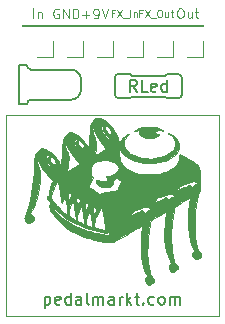
<source format=gbr>
G04 #@! TF.GenerationSoftware,KiCad,Pcbnew,(5.1.5-0-10_14)*
G04 #@! TF.CreationDate,2020-11-20T21:32:41+01:00*
G04 #@! TF.ProjectId,3pdt-minimal,33706474-2d6d-4696-9e69-6d616c2e6b69,rev?*
G04 #@! TF.SameCoordinates,Original*
G04 #@! TF.FileFunction,Legend,Top*
G04 #@! TF.FilePolarity,Positive*
%FSLAX46Y46*%
G04 Gerber Fmt 4.6, Leading zero omitted, Abs format (unit mm)*
G04 Created by KiCad (PCBNEW (5.1.5-0-10_14)) date 2020-11-20 21:32:41*
%MOMM*%
%LPD*%
G04 APERTURE LIST*
%ADD10C,0.010000*%
%ADD11C,0.120000*%
%ADD12C,0.127000*%
%ADD13C,0.152400*%
%ADD14C,0.150000*%
G04 APERTURE END LIST*
D10*
G36*
X119066419Y-56569876D02*
G01*
X119050740Y-56585555D01*
X119035061Y-56569876D01*
X119050740Y-56554197D01*
X119066419Y-56569876D01*
G37*
X119066419Y-56569876D02*
X119050740Y-56585555D01*
X119035061Y-56569876D01*
X119050740Y-56554197D01*
X119066419Y-56569876D01*
G36*
X117584926Y-56006784D02*
G01*
X117733469Y-56011860D01*
X117849456Y-56022188D01*
X117947946Y-56039299D01*
X118043999Y-56064721D01*
X118078642Y-56075486D01*
X118186812Y-56114742D01*
X118305029Y-56165051D01*
X118420481Y-56219893D01*
X118520354Y-56272747D01*
X118591835Y-56317091D01*
X118622112Y-56346405D01*
X118621027Y-56351524D01*
X118586708Y-56350280D01*
X118512409Y-56333676D01*
X118457256Y-56318141D01*
X118283707Y-56288975D01*
X118124220Y-56305825D01*
X117993949Y-56366728D01*
X117976974Y-56380306D01*
X117920866Y-56447933D01*
X117918436Y-56512078D01*
X117967161Y-56577015D01*
X118053886Y-56627069D01*
X118153900Y-56648224D01*
X118158512Y-56648271D01*
X118211216Y-56661332D01*
X118207734Y-56699292D01*
X118148612Y-56760318D01*
X118117839Y-56784563D01*
X117960306Y-56872711D01*
X117762834Y-56937331D01*
X117544942Y-56974847D01*
X117326149Y-56981686D01*
X117155000Y-56960910D01*
X116954950Y-56901148D01*
X116789507Y-56816422D01*
X116664094Y-56712765D01*
X116584136Y-56596210D01*
X116555056Y-56472790D01*
X116582276Y-56348539D01*
X116590239Y-56332630D01*
X116603501Y-56289944D01*
X116579752Y-56273117D01*
X116512963Y-56282191D01*
X116397102Y-56317205D01*
X116347544Y-56334294D01*
X116251601Y-56365333D01*
X116182164Y-56382774D01*
X116157262Y-56383641D01*
X116167197Y-56355660D01*
X116223017Y-56310274D01*
X116312779Y-56254348D01*
X116424539Y-56194751D01*
X116546354Y-56138349D01*
X116661819Y-56093533D01*
X116767579Y-56058834D01*
X116858830Y-56034633D01*
X116950992Y-56019061D01*
X117059484Y-56010249D01*
X117199726Y-56006329D01*
X117387139Y-56005432D01*
X117388765Y-56005432D01*
X117584926Y-56006784D01*
G37*
X117584926Y-56006784D02*
X117733469Y-56011860D01*
X117849456Y-56022188D01*
X117947946Y-56039299D01*
X118043999Y-56064721D01*
X118078642Y-56075486D01*
X118186812Y-56114742D01*
X118305029Y-56165051D01*
X118420481Y-56219893D01*
X118520354Y-56272747D01*
X118591835Y-56317091D01*
X118622112Y-56346405D01*
X118621027Y-56351524D01*
X118586708Y-56350280D01*
X118512409Y-56333676D01*
X118457256Y-56318141D01*
X118283707Y-56288975D01*
X118124220Y-56305825D01*
X117993949Y-56366728D01*
X117976974Y-56380306D01*
X117920866Y-56447933D01*
X117918436Y-56512078D01*
X117967161Y-56577015D01*
X118053886Y-56627069D01*
X118153900Y-56648224D01*
X118158512Y-56648271D01*
X118211216Y-56661332D01*
X118207734Y-56699292D01*
X118148612Y-56760318D01*
X118117839Y-56784563D01*
X117960306Y-56872711D01*
X117762834Y-56937331D01*
X117544942Y-56974847D01*
X117326149Y-56981686D01*
X117155000Y-56960910D01*
X116954950Y-56901148D01*
X116789507Y-56816422D01*
X116664094Y-56712765D01*
X116584136Y-56596210D01*
X116555056Y-56472790D01*
X116582276Y-56348539D01*
X116590239Y-56332630D01*
X116603501Y-56289944D01*
X116579752Y-56273117D01*
X116512963Y-56282191D01*
X116397102Y-56317205D01*
X116347544Y-56334294D01*
X116251601Y-56365333D01*
X116182164Y-56382774D01*
X116157262Y-56383641D01*
X116167197Y-56355660D01*
X116223017Y-56310274D01*
X116312779Y-56254348D01*
X116424539Y-56194751D01*
X116546354Y-56138349D01*
X116661819Y-56093533D01*
X116767579Y-56058834D01*
X116858830Y-56034633D01*
X116950992Y-56019061D01*
X117059484Y-56010249D01*
X117199726Y-56006329D01*
X117387139Y-56005432D01*
X117388765Y-56005432D01*
X117584926Y-56006784D01*
G36*
X113210092Y-55250435D02*
G01*
X113308024Y-55284308D01*
X113403674Y-55329856D01*
X113478773Y-55378155D01*
X113515051Y-55420280D01*
X113516049Y-55426630D01*
X113542857Y-55449333D01*
X113593297Y-55456667D01*
X113660130Y-55480361D01*
X113755700Y-55545927D01*
X113871081Y-55645086D01*
X113997346Y-55769563D01*
X114125571Y-55911079D01*
X114246828Y-56061358D01*
X114250158Y-56065774D01*
X114497764Y-56438430D01*
X114684775Y-56818581D01*
X114741108Y-56967904D01*
X114782283Y-57083690D01*
X114816733Y-57174852D01*
X114838777Y-57226560D01*
X114842484Y-57232567D01*
X114880633Y-57230679D01*
X114946365Y-57193325D01*
X115025146Y-57131510D01*
X115102440Y-57056236D01*
X115147979Y-57001291D01*
X115253818Y-56886810D01*
X115397938Y-56770052D01*
X115558601Y-56666933D01*
X115695432Y-56600494D01*
X115820864Y-56550686D01*
X115711111Y-56637638D01*
X115509968Y-56822150D01*
X115364357Y-57014897D01*
X115311306Y-57114509D01*
X115264567Y-57229609D01*
X115244998Y-57330899D01*
X115246535Y-57453164D01*
X115248257Y-57476049D01*
X115277526Y-57653483D01*
X115339867Y-57808173D01*
X115443817Y-57955949D01*
X115585338Y-58101072D01*
X115831045Y-58288610D01*
X116121078Y-58442294D01*
X116446445Y-58561296D01*
X116798153Y-58644787D01*
X117167212Y-58691938D01*
X117544630Y-58701919D01*
X117921415Y-58673901D01*
X118288576Y-58607056D01*
X118637120Y-58500554D01*
X118862592Y-58403251D01*
X119121612Y-58254626D01*
X119324525Y-58089412D01*
X119476855Y-57902617D01*
X119539736Y-57791607D01*
X119593188Y-57675754D01*
X119621024Y-57586689D01*
X119628922Y-57496852D01*
X119623191Y-57386453D01*
X119591797Y-57206271D01*
X119523672Y-57045489D01*
X119411052Y-56890083D01*
X119268844Y-56746520D01*
X119188322Y-56670570D01*
X119133180Y-56613926D01*
X119113055Y-56586627D01*
X119114379Y-56585555D01*
X119175510Y-56604131D01*
X119269227Y-56653170D01*
X119380231Y-56722640D01*
X119493220Y-56802508D01*
X119592891Y-56882740D01*
X119648328Y-56935647D01*
X119809735Y-57145158D01*
X119910889Y-57360557D01*
X119953545Y-57578308D01*
X119939453Y-57794874D01*
X119870366Y-58006718D01*
X119748036Y-58210304D01*
X119574216Y-58402095D01*
X119350657Y-58578554D01*
X119079112Y-58736145D01*
X118761333Y-58871330D01*
X118674444Y-58901353D01*
X118275822Y-59006648D01*
X117859565Y-59067665D01*
X117435192Y-59085536D01*
X117012225Y-59061393D01*
X116600184Y-58996369D01*
X116208590Y-58891595D01*
X115846964Y-58748205D01*
X115524825Y-58567331D01*
X115454283Y-58518351D01*
X115274338Y-58372348D01*
X115139107Y-58221686D01*
X115032524Y-58046244D01*
X114974129Y-57917047D01*
X114897291Y-57730123D01*
X114896546Y-58202642D01*
X114901408Y-58472592D01*
X114919466Y-58691837D01*
X114954516Y-58871682D01*
X115010356Y-59023429D01*
X115090781Y-59158382D01*
X115199588Y-59287844D01*
X115291362Y-59378171D01*
X115543957Y-59574950D01*
X115850905Y-59745940D01*
X116208632Y-59889383D01*
X116516066Y-59979864D01*
X116616594Y-60003829D01*
X116711051Y-60021661D01*
X116811162Y-60034207D01*
X116928650Y-60042313D01*
X117075236Y-60046827D01*
X117262644Y-60048593D01*
X117467160Y-60048557D01*
X117695083Y-60047505D01*
X117872286Y-60044942D01*
X118010760Y-60039831D01*
X118122501Y-60031136D01*
X118219499Y-60017821D01*
X118313750Y-59998850D01*
X118417247Y-59973187D01*
X118454938Y-59963216D01*
X118733812Y-59874546D01*
X119004690Y-59761797D01*
X119253153Y-59632310D01*
X119464784Y-59493426D01*
X119596128Y-59382206D01*
X119755797Y-59206064D01*
X119865230Y-59032372D01*
X119933164Y-58842241D01*
X119968339Y-58616783D01*
X119971947Y-58569784D01*
X119991481Y-58278517D01*
X120650000Y-58655744D01*
X120889048Y-58794581D01*
X121078947Y-58909469D01*
X121226455Y-59004884D01*
X121338327Y-59085305D01*
X121421318Y-59155208D01*
X121456634Y-59190296D01*
X121521021Y-59261636D01*
X121572981Y-59329769D01*
X121613842Y-59402234D01*
X121644929Y-59486574D01*
X121667568Y-59590330D01*
X121683087Y-59721043D01*
X121692809Y-59886256D01*
X121698063Y-60093510D01*
X121700175Y-60350345D01*
X121700493Y-60577029D01*
X121700389Y-60839095D01*
X121699716Y-61045823D01*
X121697937Y-61204588D01*
X121694516Y-61322768D01*
X121688913Y-61407741D01*
X121680593Y-61466882D01*
X121669016Y-61507569D01*
X121653646Y-61537179D01*
X121633945Y-61563090D01*
X121628131Y-61570031D01*
X121601048Y-61610066D01*
X121576610Y-61666816D01*
X121552684Y-61749058D01*
X121527140Y-61865567D01*
X121497845Y-62025118D01*
X121462668Y-62236487D01*
X121455643Y-62280113D01*
X121407128Y-62586240D01*
X121368344Y-62842892D01*
X121338216Y-63062371D01*
X121315666Y-63256980D01*
X121299618Y-63439022D01*
X121288995Y-63620799D01*
X121282721Y-63814614D01*
X121279718Y-64032769D01*
X121278911Y-64287567D01*
X121278910Y-64299630D01*
X121281647Y-64649703D01*
X121290860Y-64951205D01*
X121307961Y-65218076D01*
X121334364Y-65464254D01*
X121371484Y-65703681D01*
X121420735Y-65950295D01*
X121466409Y-66148044D01*
X121505121Y-66296328D01*
X121539585Y-66396043D01*
X121575567Y-66460534D01*
X121618833Y-66503145D01*
X121620333Y-66504246D01*
X121714423Y-66603241D01*
X121784897Y-66734429D01*
X121819303Y-66871465D01*
X121819848Y-66926339D01*
X121808164Y-66993271D01*
X121777691Y-67044166D01*
X121714943Y-67095109D01*
X121637777Y-67143512D01*
X121536513Y-67198117D01*
X121447207Y-67235676D01*
X121397159Y-67247154D01*
X121306717Y-67219067D01*
X121216090Y-67145039D01*
X121135859Y-67040911D01*
X121076605Y-66922528D01*
X121048910Y-66805733D01*
X121053988Y-66733318D01*
X121092383Y-66662793D01*
X121160093Y-66594210D01*
X121168341Y-66588100D01*
X121263200Y-66520555D01*
X121199408Y-66417337D01*
X121127784Y-66282497D01*
X121049830Y-66103819D01*
X120972362Y-65898785D01*
X120902198Y-65684879D01*
X120869730Y-65571778D01*
X120758680Y-65055730D01*
X120693806Y-64499042D01*
X120675152Y-63903561D01*
X120702764Y-63271135D01*
X120776688Y-62603613D01*
X120794063Y-62485468D01*
X120816475Y-62331071D01*
X120833394Y-62200278D01*
X120843452Y-62104854D01*
X120845284Y-62056560D01*
X120844258Y-62053188D01*
X120814475Y-62064313D01*
X120738288Y-62102886D01*
X120623433Y-62164701D01*
X120477646Y-62245549D01*
X120308664Y-62341224D01*
X120201758Y-62402610D01*
X119572809Y-62765583D01*
X119541414Y-62913285D01*
X119513925Y-63056847D01*
X119481733Y-63247757D01*
X119446986Y-63471019D01*
X119411833Y-63711640D01*
X119378425Y-63954628D01*
X119348910Y-64184987D01*
X119325436Y-64387725D01*
X119314638Y-64495389D01*
X119301253Y-64696350D01*
X119293249Y-64937626D01*
X119290340Y-65206209D01*
X119292241Y-65489093D01*
X119298666Y-65773269D01*
X119309331Y-66045729D01*
X119323950Y-66293467D01*
X119342238Y-66503474D01*
X119361939Y-66651481D01*
X119409909Y-66917582D01*
X119454634Y-67129419D01*
X119498678Y-67295176D01*
X119544606Y-67423036D01*
X119594982Y-67521182D01*
X119652372Y-67597796D01*
X119661709Y-67607901D01*
X119766476Y-67743735D01*
X119829463Y-67880964D01*
X119844986Y-68005797D01*
X119839458Y-68039085D01*
X119799897Y-68099300D01*
X119719683Y-68168336D01*
X119617432Y-68234508D01*
X119511759Y-68286131D01*
X119421280Y-68311520D01*
X119403993Y-68312413D01*
X119309520Y-68282700D01*
X119216784Y-68206575D01*
X119137571Y-68099532D01*
X119083670Y-67977063D01*
X119066537Y-67868878D01*
X119078766Y-67778297D01*
X119126137Y-67709719D01*
X119165698Y-67675861D01*
X119264976Y-67598164D01*
X119151430Y-67367847D01*
X118981774Y-66960718D01*
X118850603Y-66507857D01*
X118758288Y-66013343D01*
X118705202Y-65481252D01*
X118691719Y-64915661D01*
X118718211Y-64320647D01*
X118785052Y-63700289D01*
X118803936Y-63569264D01*
X118823185Y-63430909D01*
X118836146Y-63316894D01*
X118841488Y-63240530D01*
X118839240Y-63215331D01*
X118808937Y-63225977D01*
X118732267Y-63264248D01*
X118616926Y-63325973D01*
X118470608Y-63406984D01*
X118301005Y-63503111D01*
X118185930Y-63569400D01*
X117548162Y-63939012D01*
X117506950Y-64142839D01*
X117463254Y-64382485D01*
X117419184Y-64666382D01*
X117377047Y-64976124D01*
X117339152Y-65293304D01*
X117307804Y-65599516D01*
X117285312Y-65876352D01*
X117280926Y-65945926D01*
X117267041Y-66625896D01*
X117304335Y-67293607D01*
X117391991Y-67938764D01*
X117469251Y-68314320D01*
X117505051Y-68453901D01*
X117540142Y-68550528D01*
X117583570Y-68623196D01*
X117644381Y-68690903D01*
X117652248Y-68698600D01*
X117744637Y-68812217D01*
X117806664Y-68936938D01*
X117832414Y-69056024D01*
X117815973Y-69152738D01*
X117814053Y-69156471D01*
X117763155Y-69212395D01*
X117674517Y-69278197D01*
X117569012Y-69341448D01*
X117467515Y-69389718D01*
X117390901Y-69410581D01*
X117387077Y-69410693D01*
X117326855Y-69389135D01*
X117252527Y-69334678D01*
X117226210Y-69309074D01*
X117131367Y-69195731D01*
X117079441Y-69093844D01*
X117060344Y-68981350D01*
X117059506Y-68944452D01*
X117067568Y-68855204D01*
X117101358Y-68799880D01*
X117153580Y-68763160D01*
X117216393Y-68721284D01*
X117247058Y-68691473D01*
X117247654Y-68689034D01*
X117234434Y-68654133D01*
X117199410Y-68578405D01*
X117149536Y-68476758D01*
X117137450Y-68452770D01*
X117017921Y-68180073D01*
X116909210Y-67859186D01*
X116815794Y-67504313D01*
X116770191Y-67287496D01*
X116748622Y-67169040D01*
X116731954Y-67059730D01*
X116719607Y-66949060D01*
X116711003Y-66826527D01*
X116705560Y-66681624D01*
X116702701Y-66503848D01*
X116701845Y-66282693D01*
X116702251Y-66055679D01*
X116703983Y-65772395D01*
X116707576Y-65540506D01*
X116713632Y-65348705D01*
X116722753Y-65185684D01*
X116735540Y-65040134D01*
X116752594Y-64900748D01*
X116769776Y-64785679D01*
X116793149Y-64633991D01*
X116811413Y-64506518D01*
X116822988Y-64415005D01*
X116826295Y-64371198D01*
X116825801Y-64369168D01*
X116797751Y-64382543D01*
X116720903Y-64424342D01*
X116600685Y-64491487D01*
X116442527Y-64580896D01*
X116251860Y-64689491D01*
X116034111Y-64814190D01*
X115794712Y-64951913D01*
X115582049Y-65074724D01*
X114347037Y-65789136D01*
X113970740Y-65786214D01*
X113588884Y-65762339D01*
X113173533Y-65699005D01*
X112736388Y-65600233D01*
X112289152Y-65470042D01*
X111843526Y-65312455D01*
X111411213Y-65131492D01*
X111003913Y-64931173D01*
X110633330Y-64715519D01*
X110408191Y-64562105D01*
X109995516Y-64223675D01*
X109617902Y-63840081D01*
X109285204Y-63421899D01*
X109132103Y-63192494D01*
X109055610Y-63067511D01*
X109007619Y-62978142D01*
X108982171Y-62907603D01*
X108973303Y-62839110D01*
X108975054Y-62755879D01*
X108975313Y-62751049D01*
X108984814Y-62575695D01*
X109170233Y-62827019D01*
X109328795Y-63022536D01*
X109525664Y-63235351D01*
X109745282Y-63450641D01*
X109972089Y-63653588D01*
X110190524Y-63829369D01*
X110318003Y-63920273D01*
X110633101Y-64114315D01*
X110994150Y-64307920D01*
X111384789Y-64493552D01*
X111788655Y-64663678D01*
X112189386Y-64810761D01*
X112395455Y-64876962D01*
X112598441Y-64934009D01*
X112825645Y-64990212D01*
X113062245Y-65042591D01*
X113293419Y-65088167D01*
X113504346Y-65123963D01*
X113680202Y-65147000D01*
X113773487Y-65153903D01*
X114002098Y-65161975D01*
X114012274Y-65036941D01*
X114026687Y-64946689D01*
X114049535Y-64880938D01*
X114055312Y-64872311D01*
X114076613Y-64836526D01*
X114060338Y-64832659D01*
X114019417Y-64855450D01*
X113966781Y-64899636D01*
X113952688Y-64914069D01*
X113905047Y-64959056D01*
X113856942Y-64980641D01*
X113787124Y-64983699D01*
X113688518Y-64974678D01*
X113406796Y-64933409D01*
X113085459Y-64868957D01*
X112741288Y-64785571D01*
X112391068Y-64687500D01*
X112051580Y-64578991D01*
X111938820Y-64538851D01*
X112723984Y-64538851D01*
X112986745Y-64606903D01*
X113182909Y-64656851D01*
X113359909Y-64700297D01*
X113507133Y-64734751D01*
X113613970Y-64757721D01*
X113666921Y-64766526D01*
X113691850Y-64751160D01*
X113696199Y-64691968D01*
X113690490Y-64636728D01*
X113680348Y-64558828D01*
X113664152Y-64433393D01*
X113643790Y-64275098D01*
X113621152Y-64098618D01*
X113610360Y-64014323D01*
X113584112Y-63829765D01*
X113555996Y-63659986D01*
X115500946Y-63659986D01*
X115506430Y-63662471D01*
X115532123Y-63643474D01*
X115578393Y-63618906D01*
X115673161Y-63576881D01*
X115806103Y-63521688D01*
X115966890Y-63457614D01*
X116143605Y-63389552D01*
X116342555Y-63313194D01*
X116489708Y-63253902D01*
X116592472Y-63208044D01*
X116658251Y-63171987D01*
X116694451Y-63142098D01*
X116708478Y-63114744D01*
X116708909Y-63112266D01*
X116718169Y-63066137D01*
X116737018Y-63050916D01*
X116779582Y-63067436D01*
X116859986Y-63116525D01*
X116868059Y-63121621D01*
X116951517Y-63189754D01*
X117003489Y-63262222D01*
X117009144Y-63278411D01*
X117036898Y-63344865D01*
X117070874Y-63349009D01*
X117110656Y-63290893D01*
X117122485Y-63264180D01*
X117194109Y-63148561D01*
X117292797Y-63063614D01*
X117401957Y-63021519D01*
X117454757Y-63020284D01*
X117521676Y-63024300D01*
X117539419Y-63008615D01*
X117525457Y-62974336D01*
X117447117Y-62888323D01*
X117329394Y-62828141D01*
X117192031Y-62798700D01*
X117054768Y-62804908D01*
X116965432Y-62835050D01*
X116761074Y-62920238D01*
X116546466Y-62976451D01*
X116440752Y-62990905D01*
X116282839Y-63026655D01*
X116138484Y-63099839D01*
X116027307Y-63199060D01*
X115992077Y-63251483D01*
X115943317Y-63309128D01*
X115859032Y-63379609D01*
X115774007Y-63437175D01*
X115671415Y-63504764D01*
X115583356Y-63571939D01*
X115537033Y-63615538D01*
X115500946Y-63659986D01*
X113555996Y-63659986D01*
X113552019Y-63635974D01*
X113516384Y-63443863D01*
X113479512Y-63264349D01*
X113443708Y-63108346D01*
X113411277Y-62986768D01*
X113384523Y-62910530D01*
X113373437Y-62892244D01*
X113343456Y-62901425D01*
X113292691Y-62958531D01*
X113226470Y-63054464D01*
X113150120Y-63180126D01*
X113068969Y-63326420D01*
X112988344Y-63484248D01*
X112913572Y-63644512D01*
X112863988Y-63762221D01*
X112795372Y-63957584D01*
X112755886Y-64134765D01*
X112740049Y-64285969D01*
X112723984Y-64538851D01*
X111938820Y-64538851D01*
X111869753Y-64514265D01*
X111302031Y-64281793D01*
X110789524Y-64025335D01*
X110328341Y-63741876D01*
X109914593Y-63428404D01*
X109544388Y-63081904D01*
X109213838Y-62699365D01*
X108919050Y-62277771D01*
X108861317Y-62183981D01*
X108804988Y-62084576D01*
X108764850Y-62002563D01*
X108749901Y-61956694D01*
X109125926Y-61956694D01*
X109132239Y-62040582D01*
X109156793Y-62117046D01*
X109208008Y-62205702D01*
X109271100Y-62294874D01*
X109401062Y-62457565D01*
X109566257Y-62643642D01*
X109752195Y-62838263D01*
X109944388Y-63026588D01*
X110128349Y-63193774D01*
X110237307Y-63284607D01*
X110342418Y-63366074D01*
X110428323Y-63428584D01*
X110484140Y-63464457D01*
X110499479Y-63469615D01*
X110500676Y-63435471D01*
X110495819Y-63361932D01*
X110599753Y-63361932D01*
X110603072Y-63468325D01*
X110618136Y-63533310D01*
X110652598Y-63578063D01*
X110687797Y-63605459D01*
X110758473Y-63652427D01*
X110853805Y-63711473D01*
X110959943Y-63774593D01*
X111063039Y-63833781D01*
X111149243Y-63881033D01*
X111204707Y-63908344D01*
X111217638Y-63911703D01*
X111216234Y-63879609D01*
X111207452Y-63795259D01*
X111207289Y-63793875D01*
X111305157Y-63793875D01*
X111310740Y-63872335D01*
X111323160Y-63924713D01*
X111348215Y-63965760D01*
X111397378Y-64004833D01*
X111482120Y-64051291D01*
X111598994Y-64107484D01*
X111737174Y-64171757D01*
X111828498Y-64211610D01*
X111882487Y-64230090D01*
X111908666Y-64230247D01*
X111916558Y-64215127D01*
X111916790Y-64209205D01*
X111914523Y-64186507D01*
X112026052Y-64186507D01*
X112056166Y-64263466D01*
X112125633Y-64321971D01*
X112241401Y-64375847D01*
X112294571Y-64396327D01*
X112432760Y-64446865D01*
X112522930Y-64474515D01*
X112575202Y-64479912D01*
X112599695Y-64463692D01*
X112606528Y-64426489D01*
X112606666Y-64415920D01*
X112600819Y-64292824D01*
X112584757Y-64141097D01*
X112560703Y-63972004D01*
X112530877Y-63796811D01*
X112497501Y-63626782D01*
X112462797Y-63473183D01*
X112428986Y-63347279D01*
X112398288Y-63260336D01*
X112372926Y-63223617D01*
X112371481Y-63223232D01*
X112339273Y-63246837D01*
X112293169Y-63317313D01*
X112238898Y-63421964D01*
X112182192Y-63548093D01*
X112128781Y-63683006D01*
X112084396Y-63814007D01*
X112056087Y-63921936D01*
X112028342Y-64077272D01*
X112026052Y-64186507D01*
X111914523Y-64186507D01*
X111912870Y-64169964D01*
X111902060Y-64079955D01*
X111885781Y-63950570D01*
X111865457Y-63793205D01*
X111853173Y-63699637D01*
X111816998Y-63445698D01*
X111780315Y-63225549D01*
X111744475Y-63045691D01*
X111710830Y-62912626D01*
X111680733Y-62832857D01*
X111669668Y-62817002D01*
X111644195Y-62829482D01*
X111600931Y-62887045D01*
X111546925Y-62977184D01*
X111489221Y-63087394D01*
X111434865Y-63205168D01*
X111396686Y-63301526D01*
X111347810Y-63468620D01*
X111316132Y-63640497D01*
X111305157Y-63793875D01*
X111207289Y-63793875D01*
X111192459Y-63668532D01*
X111172421Y-63509304D01*
X111149081Y-63331730D01*
X111120970Y-63133519D01*
X111091056Y-62942391D01*
X111061821Y-62772891D01*
X111035749Y-62639569D01*
X111018974Y-62569229D01*
X110988866Y-62467655D01*
X110967222Y-62417758D01*
X110947247Y-62410384D01*
X110922143Y-62436378D01*
X110921234Y-62437587D01*
X110824313Y-62594523D01*
X110736182Y-62787683D01*
X110664367Y-62995429D01*
X110616393Y-63196122D01*
X110599753Y-63361932D01*
X110495819Y-63361932D01*
X110495064Y-63350501D01*
X110483624Y-63226106D01*
X110467337Y-63073691D01*
X110459736Y-63007869D01*
X110423710Y-62727129D01*
X110387082Y-62488869D01*
X110350721Y-62297154D01*
X110315495Y-62156049D01*
X110282274Y-62069617D01*
X110253313Y-62041852D01*
X110225575Y-62067964D01*
X110180791Y-62136796D01*
X110128125Y-62234086D01*
X110122359Y-62245679D01*
X110070896Y-62344986D01*
X110028553Y-62417525D01*
X110003672Y-62449135D01*
X110002308Y-62449506D01*
X109991562Y-62420319D01*
X109976780Y-62340866D01*
X109959918Y-62223311D01*
X109943064Y-62081049D01*
X109905122Y-61767021D01*
X109898584Y-61722589D01*
X110505679Y-61722589D01*
X110515699Y-61863198D01*
X110541121Y-62012447D01*
X110557397Y-62075358D01*
X110609116Y-62245679D01*
X110669860Y-62112688D01*
X111242541Y-62112688D01*
X111247772Y-62212445D01*
X111262343Y-62326026D01*
X111283459Y-62439335D01*
X111308324Y-62538273D01*
X111334142Y-62608742D01*
X111358117Y-62636643D01*
X111366770Y-62632500D01*
X111382368Y-62600634D01*
X111415525Y-62525309D01*
X111431091Y-62488724D01*
X111949998Y-62488724D01*
X111955914Y-62591619D01*
X111967634Y-62707332D01*
X111983665Y-62819517D01*
X112002511Y-62911822D01*
X112012651Y-62945771D01*
X112037659Y-63003922D01*
X112061667Y-63022400D01*
X112090212Y-62996296D01*
X112128834Y-62920700D01*
X112130028Y-62917841D01*
X112648030Y-62917841D01*
X112653488Y-63013443D01*
X112668580Y-63125266D01*
X112690376Y-63239112D01*
X112715950Y-63340786D01*
X112742371Y-63416089D01*
X112766714Y-63450824D01*
X112777881Y-63447809D01*
X112793476Y-63415945D01*
X112826638Y-63340609D01*
X112871020Y-63236305D01*
X112884674Y-63203690D01*
X112933435Y-63085169D01*
X112955611Y-63009015D01*
X112946703Y-62958894D01*
X112902211Y-62918476D01*
X112817635Y-62871427D01*
X112788968Y-62856327D01*
X112715462Y-62819611D01*
X112678846Y-62812722D01*
X112661107Y-62835166D01*
X112655132Y-62852658D01*
X112648030Y-62917841D01*
X112130028Y-62917841D01*
X112180583Y-62796877D01*
X112221170Y-62693043D01*
X112250271Y-62612680D01*
X112261114Y-62574938D01*
X117503793Y-62574938D01*
X117509104Y-62594762D01*
X117551899Y-62566310D01*
X117564772Y-62555067D01*
X117617759Y-62522862D01*
X117718844Y-62474583D01*
X117856975Y-62415017D01*
X118021105Y-62348949D01*
X118180184Y-62288524D01*
X118381676Y-62212731D01*
X118529908Y-62153420D01*
X118631236Y-62107600D01*
X118692017Y-62072281D01*
X118718606Y-62044473D01*
X118721110Y-62034012D01*
X118739847Y-61987589D01*
X118760679Y-61979253D01*
X118836780Y-62002338D01*
X118922387Y-62058497D01*
X118992911Y-62128648D01*
X119021940Y-62181990D01*
X119048458Y-62247617D01*
X119080187Y-62251216D01*
X119118129Y-62192677D01*
X119127852Y-62170381D01*
X119209128Y-62039366D01*
X119320314Y-61958704D01*
X119443576Y-61933524D01*
X119520541Y-61930901D01*
X119546540Y-61917268D01*
X119533278Y-61883980D01*
X119525941Y-61872690D01*
X119449125Y-61798682D01*
X119337433Y-61736811D01*
X119218683Y-61700916D01*
X119172612Y-61696913D01*
X119090428Y-61710058D01*
X118980401Y-61744034D01*
X118895519Y-61778624D01*
X118758189Y-61829692D01*
X118603201Y-61870479D01*
X118521118Y-61884632D01*
X118339210Y-61919596D01*
X118199882Y-61978672D01*
X118084809Y-62071009D01*
X118034762Y-62127432D01*
X117959975Y-62203889D01*
X117853562Y-62294376D01*
X117737481Y-62380331D01*
X117727936Y-62386790D01*
X117627594Y-62458575D01*
X117549408Y-62522836D01*
X117507124Y-62568034D01*
X117503793Y-62574938D01*
X112261114Y-62574938D01*
X112261721Y-62572828D01*
X112261728Y-62572511D01*
X112237203Y-62546307D01*
X112176512Y-62502839D01*
X112098983Y-62454065D01*
X112023941Y-62411943D01*
X111970715Y-62388431D01*
X111961556Y-62386790D01*
X111951380Y-62414998D01*
X111949998Y-62488724D01*
X111431091Y-62488724D01*
X111459887Y-62421047D01*
X111473385Y-62388806D01*
X111517625Y-62280166D01*
X111549404Y-62197098D01*
X111563437Y-62153599D01*
X111563415Y-62150370D01*
X111534559Y-62133117D01*
X111468155Y-62094414D01*
X111411069Y-62061394D01*
X111326938Y-62014384D01*
X111281758Y-61997397D01*
X111260502Y-62008525D01*
X111249446Y-62040856D01*
X111242541Y-62112688D01*
X110669860Y-62112688D01*
X110697027Y-62053212D01*
X110745294Y-61942409D01*
X110783883Y-61844549D01*
X110802767Y-61786669D01*
X110805352Y-61739744D01*
X110779040Y-61699948D01*
X110712356Y-61654110D01*
X110663137Y-61626367D01*
X110505679Y-61540142D01*
X110505679Y-61722589D01*
X109898584Y-61722589D01*
X109861187Y-61468473D01*
X109813380Y-61197568D01*
X109791689Y-61096410D01*
X112293673Y-61096410D01*
X112321664Y-61133357D01*
X112403627Y-61196630D01*
X112537342Y-61284705D01*
X112720587Y-61396058D01*
X112787562Y-61435333D01*
X112946182Y-61527109D01*
X113086237Y-61607067D01*
X113198703Y-61670143D01*
X113274556Y-61711273D01*
X113304382Y-61725395D01*
X113324058Y-61701998D01*
X113327901Y-61671417D01*
X113334165Y-61651532D01*
X113357934Y-61633624D01*
X113406674Y-61615911D01*
X113487853Y-61596612D01*
X113608937Y-61573942D01*
X113777391Y-61546121D01*
X113889919Y-61528599D01*
X119479781Y-61528599D01*
X119490038Y-61530315D01*
X119539342Y-61493331D01*
X119547480Y-61486934D01*
X119602765Y-61455382D01*
X119705801Y-61407451D01*
X119845315Y-61347968D01*
X120010037Y-61281763D01*
X120162970Y-61223243D01*
X120371261Y-61143536D01*
X120524252Y-61080531D01*
X120626470Y-61032110D01*
X120682440Y-60996157D01*
X120697037Y-60973508D01*
X120706242Y-60920463D01*
X120740782Y-60907054D01*
X120811039Y-60932125D01*
X120857150Y-60955693D01*
X120956750Y-61027608D01*
X121000487Y-61108950D01*
X121023554Y-61176744D01*
X121054857Y-61186834D01*
X121097767Y-61138260D01*
X121135719Y-61070399D01*
X121215266Y-60961621D01*
X121318011Y-60886443D01*
X121426733Y-60855793D01*
X121469333Y-60858691D01*
X121529849Y-60861566D01*
X121536195Y-60835742D01*
X121488428Y-60779794D01*
X121473148Y-60765557D01*
X121351683Y-60676999D01*
X121226503Y-60635894D01*
X121085756Y-60641475D01*
X120917588Y-60692976D01*
X120843174Y-60724815D01*
X120694044Y-60781942D01*
X120559076Y-60814568D01*
X120501738Y-60819577D01*
X120329170Y-60847028D01*
X120165872Y-60920374D01*
X120035838Y-61028717D01*
X120032381Y-61032774D01*
X119977827Y-61100748D01*
X119943431Y-61149440D01*
X119939604Y-61156728D01*
X119909272Y-61185004D01*
X119839281Y-61235001D01*
X119743977Y-61296554D01*
X119730863Y-61304637D01*
X119628752Y-61372753D01*
X119546480Y-61437699D01*
X119500863Y-61486108D01*
X119499508Y-61488476D01*
X119479781Y-61528599D01*
X113889919Y-61528599D01*
X113994259Y-61512352D01*
X114192042Y-61481061D01*
X114368922Y-61451263D01*
X114515463Y-61424697D01*
X114622228Y-61403101D01*
X114679781Y-61388213D01*
X114686643Y-61384821D01*
X114710958Y-61346244D01*
X114752429Y-61265894D01*
X114805259Y-61156563D01*
X114863650Y-61031041D01*
X114921804Y-60902119D01*
X114973923Y-60782586D01*
X115014210Y-60685235D01*
X115036865Y-60622854D01*
X115039252Y-60606948D01*
X115007429Y-60585634D01*
X114935885Y-60541831D01*
X114839196Y-60484440D01*
X114824604Y-60475898D01*
X114623470Y-60358362D01*
X114509079Y-60423996D01*
X114441180Y-60467702D01*
X114407309Y-60512385D01*
X114395647Y-60581331D01*
X114394381Y-60650030D01*
X114370138Y-60808280D01*
X114297103Y-60932633D01*
X114173810Y-61024033D01*
X113998791Y-61083423D01*
X113770581Y-61111749D01*
X113672839Y-61114542D01*
X113524389Y-61113563D01*
X113417804Y-61105498D01*
X113332327Y-61086643D01*
X113247197Y-61053298D01*
X113197857Y-61029828D01*
X113053613Y-60937631D01*
X112964640Y-60825267D01*
X112924301Y-60682598D01*
X112920247Y-60605771D01*
X112920247Y-60480527D01*
X113116234Y-60541703D01*
X113315006Y-60593459D01*
X113495944Y-60620971D01*
X113647323Y-60623434D01*
X113757416Y-60600042D01*
X113781352Y-60587399D01*
X113842307Y-60513934D01*
X113862906Y-60415152D01*
X113841557Y-60315040D01*
X113803137Y-60259310D01*
X113776916Y-60229551D01*
X113777452Y-60209546D01*
X113814444Y-60194108D01*
X113897593Y-60178047D01*
X113979289Y-60165080D01*
X114234570Y-60106431D01*
X114446522Y-60020113D01*
X114613563Y-59911650D01*
X114734109Y-59786566D01*
X114806580Y-59650384D01*
X114829392Y-59508628D01*
X114800965Y-59366821D01*
X114719714Y-59230486D01*
X114584060Y-59105147D01*
X114392418Y-58996328D01*
X114322405Y-58967202D01*
X114072921Y-58893222D01*
X113811215Y-58855202D01*
X113547665Y-58851459D01*
X113292650Y-58880312D01*
X113056548Y-58940076D01*
X112849736Y-59029070D01*
X112682593Y-59145610D01*
X112591034Y-59247904D01*
X112550199Y-59308891D01*
X112523291Y-59363132D01*
X112507409Y-59425698D01*
X112499654Y-59511660D01*
X112497127Y-59636088D01*
X112496913Y-59737111D01*
X112498014Y-59894595D01*
X112502853Y-60003573D01*
X112513736Y-60078239D01*
X112532967Y-60132787D01*
X112562851Y-60181410D01*
X112570849Y-60192403D01*
X112644785Y-60292407D01*
X112468935Y-60668540D01*
X112403353Y-60812667D01*
X112348972Y-60939514D01*
X112310850Y-61036733D01*
X112294046Y-61091978D01*
X112293673Y-61096410D01*
X109791689Y-61096410D01*
X109763825Y-60966469D01*
X109720440Y-60805635D01*
X109653148Y-60588555D01*
X109555999Y-60742919D01*
X109445370Y-60939208D01*
X109343131Y-61158743D01*
X109254677Y-61386295D01*
X109185404Y-61606636D01*
X109140709Y-61804537D01*
X109125926Y-61956694D01*
X108749901Y-61956694D01*
X108749629Y-61955862D01*
X108775901Y-61916899D01*
X108840643Y-61875636D01*
X108855966Y-61868789D01*
X108962303Y-61824359D01*
X108973621Y-61467810D01*
X108979678Y-61310036D01*
X108988937Y-61195769D01*
X109005736Y-61105807D01*
X109034414Y-61020952D01*
X109079310Y-60922003D01*
X109111927Y-60855745D01*
X109238914Y-60600229D01*
X109101644Y-60466534D01*
X108865321Y-60219698D01*
X108645714Y-59957999D01*
X108448138Y-59689902D01*
X108277906Y-59423867D01*
X108140333Y-59168360D01*
X108040732Y-58931841D01*
X107984418Y-58722775D01*
X107982361Y-58708389D01*
X108650310Y-58708389D01*
X108670242Y-58860693D01*
X108720330Y-59025474D01*
X108797674Y-59190481D01*
X108899374Y-59343463D01*
X108920702Y-59369557D01*
X109008547Y-59457860D01*
X109117434Y-59545986D01*
X109227327Y-59619375D01*
X109318187Y-59663468D01*
X109329911Y-59666905D01*
X109383172Y-59681283D01*
X109398267Y-59686362D01*
X109428109Y-59679321D01*
X109482595Y-59660143D01*
X109555726Y-59613877D01*
X109594855Y-59567260D01*
X109614118Y-59526932D01*
X109602267Y-59521701D01*
X109548653Y-59549917D01*
X109534623Y-59557919D01*
X109475848Y-59587769D01*
X109428301Y-59593199D01*
X109368111Y-59572034D01*
X109298419Y-59536398D01*
X109135502Y-59422686D01*
X108992349Y-59270866D01*
X108878957Y-59096108D01*
X108805325Y-58913584D01*
X108781294Y-58751728D01*
X108787902Y-58706142D01*
X108985942Y-58706142D01*
X109017246Y-58875070D01*
X109105325Y-59025218D01*
X109245123Y-59148306D01*
X109262829Y-59159466D01*
X109335067Y-59202217D01*
X109376488Y-59214732D01*
X109410620Y-59198078D01*
X109444876Y-59167732D01*
X109489903Y-59101220D01*
X109501533Y-59050140D01*
X109478584Y-58937177D01*
X109419639Y-58817199D01*
X109336249Y-58703739D01*
X109239965Y-58610333D01*
X109142340Y-58550516D01*
X109063209Y-58536549D01*
X109017014Y-58547257D01*
X108993920Y-58576901D01*
X108986282Y-58642261D01*
X108985942Y-58706142D01*
X108787902Y-58706142D01*
X108800602Y-58618544D01*
X108859236Y-58534206D01*
X108957214Y-58498691D01*
X108981835Y-58497441D01*
X109043111Y-58493844D01*
X109048588Y-58481151D01*
X109022997Y-58463957D01*
X108917012Y-58431064D01*
X108804991Y-58439842D01*
X108714848Y-58487931D01*
X108712517Y-58490212D01*
X108663435Y-58580812D01*
X108650310Y-58708389D01*
X107982361Y-58708389D01*
X107977829Y-58676708D01*
X107961107Y-58568757D01*
X107943716Y-58518440D01*
X107927650Y-58520731D01*
X107914905Y-58570605D01*
X107907477Y-58663037D01*
X107907359Y-58793000D01*
X107909527Y-58848748D01*
X107918934Y-58991852D01*
X107934890Y-59103752D01*
X107963334Y-59207661D01*
X108010206Y-59326796D01*
X108060582Y-59439136D01*
X108122482Y-59581932D01*
X108167129Y-59709869D01*
X108195501Y-59835136D01*
X108208576Y-59969922D01*
X108207329Y-60126418D01*
X108192739Y-60316813D01*
X108165782Y-60553297D01*
X108156057Y-60630164D01*
X108077801Y-61163384D01*
X107986202Y-61649321D01*
X107882030Y-62085222D01*
X107766059Y-62468336D01*
X107639060Y-62795912D01*
X107501805Y-63065198D01*
X107449768Y-63147735D01*
X107310289Y-63355707D01*
X107416253Y-63421196D01*
X107500936Y-63497701D01*
X107578100Y-63607489D01*
X107633252Y-63726002D01*
X107652098Y-63820916D01*
X107643615Y-63898164D01*
X107610930Y-63960278D01*
X107543188Y-64019948D01*
X107429538Y-64089864D01*
X107415151Y-64097952D01*
X107311134Y-64154644D01*
X107243874Y-64183710D01*
X107195778Y-64188819D01*
X107149251Y-64173639D01*
X107120637Y-64159359D01*
X107022869Y-64082120D01*
X106933771Y-63965943D01*
X106869599Y-63834147D01*
X106853115Y-63775616D01*
X106848934Y-63710948D01*
X106864411Y-63631072D01*
X106903383Y-63521999D01*
X106956300Y-63399320D01*
X107102572Y-63034368D01*
X107231130Y-62628186D01*
X107342483Y-62177819D01*
X107437140Y-61680315D01*
X107515611Y-61132720D01*
X107578405Y-60532078D01*
X107626031Y-59875437D01*
X107651062Y-59370098D01*
X107663204Y-59100865D01*
X107676567Y-58884843D01*
X107693329Y-58712537D01*
X107715669Y-58574448D01*
X107745764Y-58461080D01*
X107785792Y-58362937D01*
X107837931Y-58270521D01*
X107904359Y-58174335D01*
X107934594Y-58133771D01*
X108061072Y-57987067D01*
X108182190Y-57894104D01*
X108308792Y-57848035D01*
X108399952Y-57839994D01*
X108534701Y-57856682D01*
X108661681Y-57901006D01*
X108759211Y-57964016D01*
X108791324Y-58001565D01*
X108849826Y-58048429D01*
X108897696Y-58059383D01*
X108956160Y-58082077D01*
X109044709Y-58144112D01*
X109153558Y-58236418D01*
X109272925Y-58349922D01*
X109393024Y-58475554D01*
X109504071Y-58604242D01*
X109553568Y-58667463D01*
X109647019Y-58800779D01*
X109744250Y-58953607D01*
X109811593Y-59070147D01*
X109868085Y-59170636D01*
X109914362Y-59245330D01*
X109941912Y-59280663D01*
X109944426Y-59281813D01*
X109955395Y-59259180D01*
X109966758Y-59188992D01*
X109978699Y-59068735D01*
X109991402Y-58895896D01*
X110005052Y-58667959D01*
X110019833Y-58382411D01*
X110035929Y-58036737D01*
X110036317Y-58028025D01*
X110049607Y-57754487D01*
X110063840Y-57534299D01*
X110081122Y-57358107D01*
X110090945Y-57296130D01*
X110290005Y-57296130D01*
X110290821Y-57423875D01*
X110292116Y-57453416D01*
X110302005Y-57591208D01*
X110319729Y-57704587D01*
X110350992Y-57815955D01*
X110401503Y-57947714D01*
X110442475Y-58043704D01*
X110524866Y-58251009D01*
X110573997Y-58420747D01*
X110592588Y-58546377D01*
X110593145Y-58639788D01*
X110586474Y-58779469D01*
X110574084Y-58949583D01*
X110557479Y-59134297D01*
X110538168Y-59317773D01*
X110517658Y-59484178D01*
X110497453Y-59617675D01*
X110484518Y-59682160D01*
X110479493Y-59736428D01*
X110489708Y-59752716D01*
X110524364Y-59737795D01*
X110600698Y-59697454D01*
X110706481Y-59638327D01*
X110798849Y-59585024D01*
X110951146Y-59496157D01*
X111114379Y-59401124D01*
X111261810Y-59315485D01*
X111314021Y-59285229D01*
X111542240Y-59153127D01*
X111319341Y-58911995D01*
X111040201Y-58589653D01*
X110804643Y-58274824D01*
X110615322Y-57972050D01*
X110474896Y-57685874D01*
X110386022Y-57420838D01*
X110380040Y-57388436D01*
X111039165Y-57388436D01*
X111074903Y-57552037D01*
X111143530Y-57722761D01*
X111239741Y-57889853D01*
X111358230Y-58042560D01*
X111493690Y-58170126D01*
X111640817Y-58261799D01*
X111650247Y-58266076D01*
X111756390Y-58302596D01*
X111837877Y-58298554D01*
X111919391Y-58252104D01*
X111928240Y-58245255D01*
X111984809Y-58191498D01*
X112010695Y-58148629D01*
X112010864Y-58146321D01*
X111991906Y-58139017D01*
X111949402Y-58168001D01*
X111863862Y-58207490D01*
X111760017Y-58197249D01*
X111645602Y-58144603D01*
X111528357Y-58056876D01*
X111416018Y-57941391D01*
X111316322Y-57805471D01*
X111237008Y-57656441D01*
X111185814Y-57501624D01*
X111174281Y-57434333D01*
X111174467Y-57286376D01*
X111214278Y-57183482D01*
X111292300Y-57128080D01*
X111357928Y-57118642D01*
X111423461Y-57121239D01*
X111434859Y-57137451D01*
X111400694Y-57179908D01*
X111400019Y-57180654D01*
X111358262Y-57270387D01*
X111362605Y-57384925D01*
X111408314Y-57512342D01*
X111490653Y-57640712D01*
X111604890Y-57758111D01*
X111640454Y-57786280D01*
X111732017Y-57830447D01*
X111805525Y-57821357D01*
X111854817Y-57767330D01*
X111873736Y-57676687D01*
X111856120Y-57557748D01*
X111841579Y-57514591D01*
X111771643Y-57384292D01*
X111672578Y-57268493D01*
X111554995Y-57172668D01*
X111429505Y-57102292D01*
X111306720Y-57062839D01*
X111197252Y-57059783D01*
X111111712Y-57098599D01*
X111087580Y-57125619D01*
X111041622Y-57242712D01*
X111039165Y-57388436D01*
X110380040Y-57388436D01*
X110357910Y-57268571D01*
X110341818Y-57172685D01*
X110324855Y-57133471D01*
X110309149Y-57144955D01*
X110296823Y-57201166D01*
X110290005Y-57296130D01*
X110090945Y-57296130D01*
X110103559Y-57216554D01*
X110133257Y-57100287D01*
X110172322Y-56999950D01*
X110222860Y-56906187D01*
X110286977Y-56809645D01*
X110321290Y-56762163D01*
X110441638Y-56616844D01*
X110555836Y-56523369D01*
X110676675Y-56473794D01*
X110807657Y-56460123D01*
X110889599Y-56473398D01*
X110987530Y-56507271D01*
X111083180Y-56552819D01*
X111158280Y-56601118D01*
X111194558Y-56643243D01*
X111195555Y-56649593D01*
X111222572Y-56671563D01*
X111280019Y-56679630D01*
X111345058Y-56703704D01*
X111438331Y-56770169D01*
X111551610Y-56870387D01*
X111676667Y-56995721D01*
X111805275Y-57137532D01*
X111929205Y-57287184D01*
X112040231Y-57436038D01*
X112124984Y-57566682D01*
X112197852Y-57689201D01*
X112245368Y-57763768D01*
X112273942Y-57796507D01*
X112289985Y-57793543D01*
X112299909Y-57761002D01*
X112304169Y-57737869D01*
X112310503Y-57678852D01*
X112318728Y-57567069D01*
X112328262Y-57412422D01*
X112338523Y-57224812D01*
X112348929Y-57014140D01*
X112356254Y-56852099D01*
X112369357Y-56572195D01*
X112383049Y-56346040D01*
X112399277Y-56164682D01*
X112410890Y-56083090D01*
X112608990Y-56083090D01*
X112612610Y-56230453D01*
X112622525Y-56368411D01*
X112640309Y-56482014D01*
X112671670Y-56593703D01*
X112722315Y-56725918D01*
X112762726Y-56820741D01*
X112822812Y-56967727D01*
X112867404Y-57102643D01*
X112897044Y-57235932D01*
X112912275Y-57378040D01*
X112913639Y-57539412D01*
X112901681Y-57730492D01*
X112876941Y-57961725D01*
X112839964Y-58243557D01*
X112837569Y-58260853D01*
X112816145Y-58415287D01*
X112967235Y-58330841D01*
X113055776Y-58280780D01*
X113180971Y-58209248D01*
X113325262Y-58126306D01*
X113453160Y-58052408D01*
X113787994Y-57858421D01*
X113527841Y-57562573D01*
X113260742Y-57237556D01*
X113041412Y-56925188D01*
X112872057Y-56629277D01*
X112754880Y-56353628D01*
X112706093Y-56165473D01*
X113359659Y-56165473D01*
X113395397Y-56329074D01*
X113464024Y-56499798D01*
X113560235Y-56666890D01*
X113678724Y-56819597D01*
X113814184Y-56947163D01*
X113961311Y-57038836D01*
X113970740Y-57043114D01*
X114076884Y-57079633D01*
X114158370Y-57075591D01*
X114239884Y-57029141D01*
X114248734Y-57022292D01*
X114305303Y-56968535D01*
X114331189Y-56925666D01*
X114331358Y-56923358D01*
X114312400Y-56916054D01*
X114269896Y-56945038D01*
X114184356Y-56984527D01*
X114080510Y-56974286D01*
X113966096Y-56921641D01*
X113848851Y-56833913D01*
X113736511Y-56718428D01*
X113636816Y-56582508D01*
X113557502Y-56433478D01*
X113506307Y-56278661D01*
X113494775Y-56211370D01*
X113494961Y-56063413D01*
X113534772Y-55960519D01*
X113612794Y-55905117D01*
X113678422Y-55895679D01*
X113743421Y-55898591D01*
X113754912Y-55914900D01*
X113724736Y-55953025D01*
X113678310Y-56048032D01*
X113681008Y-56166371D01*
X113729443Y-56297079D01*
X113820229Y-56429194D01*
X113895659Y-56506424D01*
X114005058Y-56588173D01*
X114090430Y-56613038D01*
X114153689Y-56581234D01*
X114180231Y-56538611D01*
X114199911Y-56459461D01*
X114186132Y-56362369D01*
X114178723Y-56336197D01*
X114118787Y-56203731D01*
X114027529Y-56083002D01*
X113915159Y-55979754D01*
X113791886Y-55899730D01*
X113667920Y-55848674D01*
X113553469Y-55832328D01*
X113458744Y-55856437D01*
X113408074Y-55902656D01*
X113362116Y-56019749D01*
X113359659Y-56165473D01*
X112706093Y-56165473D01*
X112695846Y-56125957D01*
X112670209Y-56000967D01*
X112646911Y-55936439D01*
X112627745Y-55930118D01*
X112614507Y-55979753D01*
X112608990Y-56083090D01*
X112410890Y-56083090D01*
X112419988Y-56019170D01*
X112447129Y-55900552D01*
X112482647Y-55799874D01*
X112528488Y-55708187D01*
X112586600Y-55616536D01*
X112641783Y-55539200D01*
X112762132Y-55393881D01*
X112876330Y-55300406D01*
X112997169Y-55250831D01*
X113128151Y-55237160D01*
X113210092Y-55250435D01*
G37*
X113210092Y-55250435D02*
X113308024Y-55284308D01*
X113403674Y-55329856D01*
X113478773Y-55378155D01*
X113515051Y-55420280D01*
X113516049Y-55426630D01*
X113542857Y-55449333D01*
X113593297Y-55456667D01*
X113660130Y-55480361D01*
X113755700Y-55545927D01*
X113871081Y-55645086D01*
X113997346Y-55769563D01*
X114125571Y-55911079D01*
X114246828Y-56061358D01*
X114250158Y-56065774D01*
X114497764Y-56438430D01*
X114684775Y-56818581D01*
X114741108Y-56967904D01*
X114782283Y-57083690D01*
X114816733Y-57174852D01*
X114838777Y-57226560D01*
X114842484Y-57232567D01*
X114880633Y-57230679D01*
X114946365Y-57193325D01*
X115025146Y-57131510D01*
X115102440Y-57056236D01*
X115147979Y-57001291D01*
X115253818Y-56886810D01*
X115397938Y-56770052D01*
X115558601Y-56666933D01*
X115695432Y-56600494D01*
X115820864Y-56550686D01*
X115711111Y-56637638D01*
X115509968Y-56822150D01*
X115364357Y-57014897D01*
X115311306Y-57114509D01*
X115264567Y-57229609D01*
X115244998Y-57330899D01*
X115246535Y-57453164D01*
X115248257Y-57476049D01*
X115277526Y-57653483D01*
X115339867Y-57808173D01*
X115443817Y-57955949D01*
X115585338Y-58101072D01*
X115831045Y-58288610D01*
X116121078Y-58442294D01*
X116446445Y-58561296D01*
X116798153Y-58644787D01*
X117167212Y-58691938D01*
X117544630Y-58701919D01*
X117921415Y-58673901D01*
X118288576Y-58607056D01*
X118637120Y-58500554D01*
X118862592Y-58403251D01*
X119121612Y-58254626D01*
X119324525Y-58089412D01*
X119476855Y-57902617D01*
X119539736Y-57791607D01*
X119593188Y-57675754D01*
X119621024Y-57586689D01*
X119628922Y-57496852D01*
X119623191Y-57386453D01*
X119591797Y-57206271D01*
X119523672Y-57045489D01*
X119411052Y-56890083D01*
X119268844Y-56746520D01*
X119188322Y-56670570D01*
X119133180Y-56613926D01*
X119113055Y-56586627D01*
X119114379Y-56585555D01*
X119175510Y-56604131D01*
X119269227Y-56653170D01*
X119380231Y-56722640D01*
X119493220Y-56802508D01*
X119592891Y-56882740D01*
X119648328Y-56935647D01*
X119809735Y-57145158D01*
X119910889Y-57360557D01*
X119953545Y-57578308D01*
X119939453Y-57794874D01*
X119870366Y-58006718D01*
X119748036Y-58210304D01*
X119574216Y-58402095D01*
X119350657Y-58578554D01*
X119079112Y-58736145D01*
X118761333Y-58871330D01*
X118674444Y-58901353D01*
X118275822Y-59006648D01*
X117859565Y-59067665D01*
X117435192Y-59085536D01*
X117012225Y-59061393D01*
X116600184Y-58996369D01*
X116208590Y-58891595D01*
X115846964Y-58748205D01*
X115524825Y-58567331D01*
X115454283Y-58518351D01*
X115274338Y-58372348D01*
X115139107Y-58221686D01*
X115032524Y-58046244D01*
X114974129Y-57917047D01*
X114897291Y-57730123D01*
X114896546Y-58202642D01*
X114901408Y-58472592D01*
X114919466Y-58691837D01*
X114954516Y-58871682D01*
X115010356Y-59023429D01*
X115090781Y-59158382D01*
X115199588Y-59287844D01*
X115291362Y-59378171D01*
X115543957Y-59574950D01*
X115850905Y-59745940D01*
X116208632Y-59889383D01*
X116516066Y-59979864D01*
X116616594Y-60003829D01*
X116711051Y-60021661D01*
X116811162Y-60034207D01*
X116928650Y-60042313D01*
X117075236Y-60046827D01*
X117262644Y-60048593D01*
X117467160Y-60048557D01*
X117695083Y-60047505D01*
X117872286Y-60044942D01*
X118010760Y-60039831D01*
X118122501Y-60031136D01*
X118219499Y-60017821D01*
X118313750Y-59998850D01*
X118417247Y-59973187D01*
X118454938Y-59963216D01*
X118733812Y-59874546D01*
X119004690Y-59761797D01*
X119253153Y-59632310D01*
X119464784Y-59493426D01*
X119596128Y-59382206D01*
X119755797Y-59206064D01*
X119865230Y-59032372D01*
X119933164Y-58842241D01*
X119968339Y-58616783D01*
X119971947Y-58569784D01*
X119991481Y-58278517D01*
X120650000Y-58655744D01*
X120889048Y-58794581D01*
X121078947Y-58909469D01*
X121226455Y-59004884D01*
X121338327Y-59085305D01*
X121421318Y-59155208D01*
X121456634Y-59190296D01*
X121521021Y-59261636D01*
X121572981Y-59329769D01*
X121613842Y-59402234D01*
X121644929Y-59486574D01*
X121667568Y-59590330D01*
X121683087Y-59721043D01*
X121692809Y-59886256D01*
X121698063Y-60093510D01*
X121700175Y-60350345D01*
X121700493Y-60577029D01*
X121700389Y-60839095D01*
X121699716Y-61045823D01*
X121697937Y-61204588D01*
X121694516Y-61322768D01*
X121688913Y-61407741D01*
X121680593Y-61466882D01*
X121669016Y-61507569D01*
X121653646Y-61537179D01*
X121633945Y-61563090D01*
X121628131Y-61570031D01*
X121601048Y-61610066D01*
X121576610Y-61666816D01*
X121552684Y-61749058D01*
X121527140Y-61865567D01*
X121497845Y-62025118D01*
X121462668Y-62236487D01*
X121455643Y-62280113D01*
X121407128Y-62586240D01*
X121368344Y-62842892D01*
X121338216Y-63062371D01*
X121315666Y-63256980D01*
X121299618Y-63439022D01*
X121288995Y-63620799D01*
X121282721Y-63814614D01*
X121279718Y-64032769D01*
X121278911Y-64287567D01*
X121278910Y-64299630D01*
X121281647Y-64649703D01*
X121290860Y-64951205D01*
X121307961Y-65218076D01*
X121334364Y-65464254D01*
X121371484Y-65703681D01*
X121420735Y-65950295D01*
X121466409Y-66148044D01*
X121505121Y-66296328D01*
X121539585Y-66396043D01*
X121575567Y-66460534D01*
X121618833Y-66503145D01*
X121620333Y-66504246D01*
X121714423Y-66603241D01*
X121784897Y-66734429D01*
X121819303Y-66871465D01*
X121819848Y-66926339D01*
X121808164Y-66993271D01*
X121777691Y-67044166D01*
X121714943Y-67095109D01*
X121637777Y-67143512D01*
X121536513Y-67198117D01*
X121447207Y-67235676D01*
X121397159Y-67247154D01*
X121306717Y-67219067D01*
X121216090Y-67145039D01*
X121135859Y-67040911D01*
X121076605Y-66922528D01*
X121048910Y-66805733D01*
X121053988Y-66733318D01*
X121092383Y-66662793D01*
X121160093Y-66594210D01*
X121168341Y-66588100D01*
X121263200Y-66520555D01*
X121199408Y-66417337D01*
X121127784Y-66282497D01*
X121049830Y-66103819D01*
X120972362Y-65898785D01*
X120902198Y-65684879D01*
X120869730Y-65571778D01*
X120758680Y-65055730D01*
X120693806Y-64499042D01*
X120675152Y-63903561D01*
X120702764Y-63271135D01*
X120776688Y-62603613D01*
X120794063Y-62485468D01*
X120816475Y-62331071D01*
X120833394Y-62200278D01*
X120843452Y-62104854D01*
X120845284Y-62056560D01*
X120844258Y-62053188D01*
X120814475Y-62064313D01*
X120738288Y-62102886D01*
X120623433Y-62164701D01*
X120477646Y-62245549D01*
X120308664Y-62341224D01*
X120201758Y-62402610D01*
X119572809Y-62765583D01*
X119541414Y-62913285D01*
X119513925Y-63056847D01*
X119481733Y-63247757D01*
X119446986Y-63471019D01*
X119411833Y-63711640D01*
X119378425Y-63954628D01*
X119348910Y-64184987D01*
X119325436Y-64387725D01*
X119314638Y-64495389D01*
X119301253Y-64696350D01*
X119293249Y-64937626D01*
X119290340Y-65206209D01*
X119292241Y-65489093D01*
X119298666Y-65773269D01*
X119309331Y-66045729D01*
X119323950Y-66293467D01*
X119342238Y-66503474D01*
X119361939Y-66651481D01*
X119409909Y-66917582D01*
X119454634Y-67129419D01*
X119498678Y-67295176D01*
X119544606Y-67423036D01*
X119594982Y-67521182D01*
X119652372Y-67597796D01*
X119661709Y-67607901D01*
X119766476Y-67743735D01*
X119829463Y-67880964D01*
X119844986Y-68005797D01*
X119839458Y-68039085D01*
X119799897Y-68099300D01*
X119719683Y-68168336D01*
X119617432Y-68234508D01*
X119511759Y-68286131D01*
X119421280Y-68311520D01*
X119403993Y-68312413D01*
X119309520Y-68282700D01*
X119216784Y-68206575D01*
X119137571Y-68099532D01*
X119083670Y-67977063D01*
X119066537Y-67868878D01*
X119078766Y-67778297D01*
X119126137Y-67709719D01*
X119165698Y-67675861D01*
X119264976Y-67598164D01*
X119151430Y-67367847D01*
X118981774Y-66960718D01*
X118850603Y-66507857D01*
X118758288Y-66013343D01*
X118705202Y-65481252D01*
X118691719Y-64915661D01*
X118718211Y-64320647D01*
X118785052Y-63700289D01*
X118803936Y-63569264D01*
X118823185Y-63430909D01*
X118836146Y-63316894D01*
X118841488Y-63240530D01*
X118839240Y-63215331D01*
X118808937Y-63225977D01*
X118732267Y-63264248D01*
X118616926Y-63325973D01*
X118470608Y-63406984D01*
X118301005Y-63503111D01*
X118185930Y-63569400D01*
X117548162Y-63939012D01*
X117506950Y-64142839D01*
X117463254Y-64382485D01*
X117419184Y-64666382D01*
X117377047Y-64976124D01*
X117339152Y-65293304D01*
X117307804Y-65599516D01*
X117285312Y-65876352D01*
X117280926Y-65945926D01*
X117267041Y-66625896D01*
X117304335Y-67293607D01*
X117391991Y-67938764D01*
X117469251Y-68314320D01*
X117505051Y-68453901D01*
X117540142Y-68550528D01*
X117583570Y-68623196D01*
X117644381Y-68690903D01*
X117652248Y-68698600D01*
X117744637Y-68812217D01*
X117806664Y-68936938D01*
X117832414Y-69056024D01*
X117815973Y-69152738D01*
X117814053Y-69156471D01*
X117763155Y-69212395D01*
X117674517Y-69278197D01*
X117569012Y-69341448D01*
X117467515Y-69389718D01*
X117390901Y-69410581D01*
X117387077Y-69410693D01*
X117326855Y-69389135D01*
X117252527Y-69334678D01*
X117226210Y-69309074D01*
X117131367Y-69195731D01*
X117079441Y-69093844D01*
X117060344Y-68981350D01*
X117059506Y-68944452D01*
X117067568Y-68855204D01*
X117101358Y-68799880D01*
X117153580Y-68763160D01*
X117216393Y-68721284D01*
X117247058Y-68691473D01*
X117247654Y-68689034D01*
X117234434Y-68654133D01*
X117199410Y-68578405D01*
X117149536Y-68476758D01*
X117137450Y-68452770D01*
X117017921Y-68180073D01*
X116909210Y-67859186D01*
X116815794Y-67504313D01*
X116770191Y-67287496D01*
X116748622Y-67169040D01*
X116731954Y-67059730D01*
X116719607Y-66949060D01*
X116711003Y-66826527D01*
X116705560Y-66681624D01*
X116702701Y-66503848D01*
X116701845Y-66282693D01*
X116702251Y-66055679D01*
X116703983Y-65772395D01*
X116707576Y-65540506D01*
X116713632Y-65348705D01*
X116722753Y-65185684D01*
X116735540Y-65040134D01*
X116752594Y-64900748D01*
X116769776Y-64785679D01*
X116793149Y-64633991D01*
X116811413Y-64506518D01*
X116822988Y-64415005D01*
X116826295Y-64371198D01*
X116825801Y-64369168D01*
X116797751Y-64382543D01*
X116720903Y-64424342D01*
X116600685Y-64491487D01*
X116442527Y-64580896D01*
X116251860Y-64689491D01*
X116034111Y-64814190D01*
X115794712Y-64951913D01*
X115582049Y-65074724D01*
X114347037Y-65789136D01*
X113970740Y-65786214D01*
X113588884Y-65762339D01*
X113173533Y-65699005D01*
X112736388Y-65600233D01*
X112289152Y-65470042D01*
X111843526Y-65312455D01*
X111411213Y-65131492D01*
X111003913Y-64931173D01*
X110633330Y-64715519D01*
X110408191Y-64562105D01*
X109995516Y-64223675D01*
X109617902Y-63840081D01*
X109285204Y-63421899D01*
X109132103Y-63192494D01*
X109055610Y-63067511D01*
X109007619Y-62978142D01*
X108982171Y-62907603D01*
X108973303Y-62839110D01*
X108975054Y-62755879D01*
X108975313Y-62751049D01*
X108984814Y-62575695D01*
X109170233Y-62827019D01*
X109328795Y-63022536D01*
X109525664Y-63235351D01*
X109745282Y-63450641D01*
X109972089Y-63653588D01*
X110190524Y-63829369D01*
X110318003Y-63920273D01*
X110633101Y-64114315D01*
X110994150Y-64307920D01*
X111384789Y-64493552D01*
X111788655Y-64663678D01*
X112189386Y-64810761D01*
X112395455Y-64876962D01*
X112598441Y-64934009D01*
X112825645Y-64990212D01*
X113062245Y-65042591D01*
X113293419Y-65088167D01*
X113504346Y-65123963D01*
X113680202Y-65147000D01*
X113773487Y-65153903D01*
X114002098Y-65161975D01*
X114012274Y-65036941D01*
X114026687Y-64946689D01*
X114049535Y-64880938D01*
X114055312Y-64872311D01*
X114076613Y-64836526D01*
X114060338Y-64832659D01*
X114019417Y-64855450D01*
X113966781Y-64899636D01*
X113952688Y-64914069D01*
X113905047Y-64959056D01*
X113856942Y-64980641D01*
X113787124Y-64983699D01*
X113688518Y-64974678D01*
X113406796Y-64933409D01*
X113085459Y-64868957D01*
X112741288Y-64785571D01*
X112391068Y-64687500D01*
X112051580Y-64578991D01*
X111938820Y-64538851D01*
X112723984Y-64538851D01*
X112986745Y-64606903D01*
X113182909Y-64656851D01*
X113359909Y-64700297D01*
X113507133Y-64734751D01*
X113613970Y-64757721D01*
X113666921Y-64766526D01*
X113691850Y-64751160D01*
X113696199Y-64691968D01*
X113690490Y-64636728D01*
X113680348Y-64558828D01*
X113664152Y-64433393D01*
X113643790Y-64275098D01*
X113621152Y-64098618D01*
X113610360Y-64014323D01*
X113584112Y-63829765D01*
X113555996Y-63659986D01*
X115500946Y-63659986D01*
X115506430Y-63662471D01*
X115532123Y-63643474D01*
X115578393Y-63618906D01*
X115673161Y-63576881D01*
X115806103Y-63521688D01*
X115966890Y-63457614D01*
X116143605Y-63389552D01*
X116342555Y-63313194D01*
X116489708Y-63253902D01*
X116592472Y-63208044D01*
X116658251Y-63171987D01*
X116694451Y-63142098D01*
X116708478Y-63114744D01*
X116708909Y-63112266D01*
X116718169Y-63066137D01*
X116737018Y-63050916D01*
X116779582Y-63067436D01*
X116859986Y-63116525D01*
X116868059Y-63121621D01*
X116951517Y-63189754D01*
X117003489Y-63262222D01*
X117009144Y-63278411D01*
X117036898Y-63344865D01*
X117070874Y-63349009D01*
X117110656Y-63290893D01*
X117122485Y-63264180D01*
X117194109Y-63148561D01*
X117292797Y-63063614D01*
X117401957Y-63021519D01*
X117454757Y-63020284D01*
X117521676Y-63024300D01*
X117539419Y-63008615D01*
X117525457Y-62974336D01*
X117447117Y-62888323D01*
X117329394Y-62828141D01*
X117192031Y-62798700D01*
X117054768Y-62804908D01*
X116965432Y-62835050D01*
X116761074Y-62920238D01*
X116546466Y-62976451D01*
X116440752Y-62990905D01*
X116282839Y-63026655D01*
X116138484Y-63099839D01*
X116027307Y-63199060D01*
X115992077Y-63251483D01*
X115943317Y-63309128D01*
X115859032Y-63379609D01*
X115774007Y-63437175D01*
X115671415Y-63504764D01*
X115583356Y-63571939D01*
X115537033Y-63615538D01*
X115500946Y-63659986D01*
X113555996Y-63659986D01*
X113552019Y-63635974D01*
X113516384Y-63443863D01*
X113479512Y-63264349D01*
X113443708Y-63108346D01*
X113411277Y-62986768D01*
X113384523Y-62910530D01*
X113373437Y-62892244D01*
X113343456Y-62901425D01*
X113292691Y-62958531D01*
X113226470Y-63054464D01*
X113150120Y-63180126D01*
X113068969Y-63326420D01*
X112988344Y-63484248D01*
X112913572Y-63644512D01*
X112863988Y-63762221D01*
X112795372Y-63957584D01*
X112755886Y-64134765D01*
X112740049Y-64285969D01*
X112723984Y-64538851D01*
X111938820Y-64538851D01*
X111869753Y-64514265D01*
X111302031Y-64281793D01*
X110789524Y-64025335D01*
X110328341Y-63741876D01*
X109914593Y-63428404D01*
X109544388Y-63081904D01*
X109213838Y-62699365D01*
X108919050Y-62277771D01*
X108861317Y-62183981D01*
X108804988Y-62084576D01*
X108764850Y-62002563D01*
X108749901Y-61956694D01*
X109125926Y-61956694D01*
X109132239Y-62040582D01*
X109156793Y-62117046D01*
X109208008Y-62205702D01*
X109271100Y-62294874D01*
X109401062Y-62457565D01*
X109566257Y-62643642D01*
X109752195Y-62838263D01*
X109944388Y-63026588D01*
X110128349Y-63193774D01*
X110237307Y-63284607D01*
X110342418Y-63366074D01*
X110428323Y-63428584D01*
X110484140Y-63464457D01*
X110499479Y-63469615D01*
X110500676Y-63435471D01*
X110495819Y-63361932D01*
X110599753Y-63361932D01*
X110603072Y-63468325D01*
X110618136Y-63533310D01*
X110652598Y-63578063D01*
X110687797Y-63605459D01*
X110758473Y-63652427D01*
X110853805Y-63711473D01*
X110959943Y-63774593D01*
X111063039Y-63833781D01*
X111149243Y-63881033D01*
X111204707Y-63908344D01*
X111217638Y-63911703D01*
X111216234Y-63879609D01*
X111207452Y-63795259D01*
X111207289Y-63793875D01*
X111305157Y-63793875D01*
X111310740Y-63872335D01*
X111323160Y-63924713D01*
X111348215Y-63965760D01*
X111397378Y-64004833D01*
X111482120Y-64051291D01*
X111598994Y-64107484D01*
X111737174Y-64171757D01*
X111828498Y-64211610D01*
X111882487Y-64230090D01*
X111908666Y-64230247D01*
X111916558Y-64215127D01*
X111916790Y-64209205D01*
X111914523Y-64186507D01*
X112026052Y-64186507D01*
X112056166Y-64263466D01*
X112125633Y-64321971D01*
X112241401Y-64375847D01*
X112294571Y-64396327D01*
X112432760Y-64446865D01*
X112522930Y-64474515D01*
X112575202Y-64479912D01*
X112599695Y-64463692D01*
X112606528Y-64426489D01*
X112606666Y-64415920D01*
X112600819Y-64292824D01*
X112584757Y-64141097D01*
X112560703Y-63972004D01*
X112530877Y-63796811D01*
X112497501Y-63626782D01*
X112462797Y-63473183D01*
X112428986Y-63347279D01*
X112398288Y-63260336D01*
X112372926Y-63223617D01*
X112371481Y-63223232D01*
X112339273Y-63246837D01*
X112293169Y-63317313D01*
X112238898Y-63421964D01*
X112182192Y-63548093D01*
X112128781Y-63683006D01*
X112084396Y-63814007D01*
X112056087Y-63921936D01*
X112028342Y-64077272D01*
X112026052Y-64186507D01*
X111914523Y-64186507D01*
X111912870Y-64169964D01*
X111902060Y-64079955D01*
X111885781Y-63950570D01*
X111865457Y-63793205D01*
X111853173Y-63699637D01*
X111816998Y-63445698D01*
X111780315Y-63225549D01*
X111744475Y-63045691D01*
X111710830Y-62912626D01*
X111680733Y-62832857D01*
X111669668Y-62817002D01*
X111644195Y-62829482D01*
X111600931Y-62887045D01*
X111546925Y-62977184D01*
X111489221Y-63087394D01*
X111434865Y-63205168D01*
X111396686Y-63301526D01*
X111347810Y-63468620D01*
X111316132Y-63640497D01*
X111305157Y-63793875D01*
X111207289Y-63793875D01*
X111192459Y-63668532D01*
X111172421Y-63509304D01*
X111149081Y-63331730D01*
X111120970Y-63133519D01*
X111091056Y-62942391D01*
X111061821Y-62772891D01*
X111035749Y-62639569D01*
X111018974Y-62569229D01*
X110988866Y-62467655D01*
X110967222Y-62417758D01*
X110947247Y-62410384D01*
X110922143Y-62436378D01*
X110921234Y-62437587D01*
X110824313Y-62594523D01*
X110736182Y-62787683D01*
X110664367Y-62995429D01*
X110616393Y-63196122D01*
X110599753Y-63361932D01*
X110495819Y-63361932D01*
X110495064Y-63350501D01*
X110483624Y-63226106D01*
X110467337Y-63073691D01*
X110459736Y-63007869D01*
X110423710Y-62727129D01*
X110387082Y-62488869D01*
X110350721Y-62297154D01*
X110315495Y-62156049D01*
X110282274Y-62069617D01*
X110253313Y-62041852D01*
X110225575Y-62067964D01*
X110180791Y-62136796D01*
X110128125Y-62234086D01*
X110122359Y-62245679D01*
X110070896Y-62344986D01*
X110028553Y-62417525D01*
X110003672Y-62449135D01*
X110002308Y-62449506D01*
X109991562Y-62420319D01*
X109976780Y-62340866D01*
X109959918Y-62223311D01*
X109943064Y-62081049D01*
X109905122Y-61767021D01*
X109898584Y-61722589D01*
X110505679Y-61722589D01*
X110515699Y-61863198D01*
X110541121Y-62012447D01*
X110557397Y-62075358D01*
X110609116Y-62245679D01*
X110669860Y-62112688D01*
X111242541Y-62112688D01*
X111247772Y-62212445D01*
X111262343Y-62326026D01*
X111283459Y-62439335D01*
X111308324Y-62538273D01*
X111334142Y-62608742D01*
X111358117Y-62636643D01*
X111366770Y-62632500D01*
X111382368Y-62600634D01*
X111415525Y-62525309D01*
X111431091Y-62488724D01*
X111949998Y-62488724D01*
X111955914Y-62591619D01*
X111967634Y-62707332D01*
X111983665Y-62819517D01*
X112002511Y-62911822D01*
X112012651Y-62945771D01*
X112037659Y-63003922D01*
X112061667Y-63022400D01*
X112090212Y-62996296D01*
X112128834Y-62920700D01*
X112130028Y-62917841D01*
X112648030Y-62917841D01*
X112653488Y-63013443D01*
X112668580Y-63125266D01*
X112690376Y-63239112D01*
X112715950Y-63340786D01*
X112742371Y-63416089D01*
X112766714Y-63450824D01*
X112777881Y-63447809D01*
X112793476Y-63415945D01*
X112826638Y-63340609D01*
X112871020Y-63236305D01*
X112884674Y-63203690D01*
X112933435Y-63085169D01*
X112955611Y-63009015D01*
X112946703Y-62958894D01*
X112902211Y-62918476D01*
X112817635Y-62871427D01*
X112788968Y-62856327D01*
X112715462Y-62819611D01*
X112678846Y-62812722D01*
X112661107Y-62835166D01*
X112655132Y-62852658D01*
X112648030Y-62917841D01*
X112130028Y-62917841D01*
X112180583Y-62796877D01*
X112221170Y-62693043D01*
X112250271Y-62612680D01*
X112261114Y-62574938D01*
X117503793Y-62574938D01*
X117509104Y-62594762D01*
X117551899Y-62566310D01*
X117564772Y-62555067D01*
X117617759Y-62522862D01*
X117718844Y-62474583D01*
X117856975Y-62415017D01*
X118021105Y-62348949D01*
X118180184Y-62288524D01*
X118381676Y-62212731D01*
X118529908Y-62153420D01*
X118631236Y-62107600D01*
X118692017Y-62072281D01*
X118718606Y-62044473D01*
X118721110Y-62034012D01*
X118739847Y-61987589D01*
X118760679Y-61979253D01*
X118836780Y-62002338D01*
X118922387Y-62058497D01*
X118992911Y-62128648D01*
X119021940Y-62181990D01*
X119048458Y-62247617D01*
X119080187Y-62251216D01*
X119118129Y-62192677D01*
X119127852Y-62170381D01*
X119209128Y-62039366D01*
X119320314Y-61958704D01*
X119443576Y-61933524D01*
X119520541Y-61930901D01*
X119546540Y-61917268D01*
X119533278Y-61883980D01*
X119525941Y-61872690D01*
X119449125Y-61798682D01*
X119337433Y-61736811D01*
X119218683Y-61700916D01*
X119172612Y-61696913D01*
X119090428Y-61710058D01*
X118980401Y-61744034D01*
X118895519Y-61778624D01*
X118758189Y-61829692D01*
X118603201Y-61870479D01*
X118521118Y-61884632D01*
X118339210Y-61919596D01*
X118199882Y-61978672D01*
X118084809Y-62071009D01*
X118034762Y-62127432D01*
X117959975Y-62203889D01*
X117853562Y-62294376D01*
X117737481Y-62380331D01*
X117727936Y-62386790D01*
X117627594Y-62458575D01*
X117549408Y-62522836D01*
X117507124Y-62568034D01*
X117503793Y-62574938D01*
X112261114Y-62574938D01*
X112261721Y-62572828D01*
X112261728Y-62572511D01*
X112237203Y-62546307D01*
X112176512Y-62502839D01*
X112098983Y-62454065D01*
X112023941Y-62411943D01*
X111970715Y-62388431D01*
X111961556Y-62386790D01*
X111951380Y-62414998D01*
X111949998Y-62488724D01*
X111431091Y-62488724D01*
X111459887Y-62421047D01*
X111473385Y-62388806D01*
X111517625Y-62280166D01*
X111549404Y-62197098D01*
X111563437Y-62153599D01*
X111563415Y-62150370D01*
X111534559Y-62133117D01*
X111468155Y-62094414D01*
X111411069Y-62061394D01*
X111326938Y-62014384D01*
X111281758Y-61997397D01*
X111260502Y-62008525D01*
X111249446Y-62040856D01*
X111242541Y-62112688D01*
X110669860Y-62112688D01*
X110697027Y-62053212D01*
X110745294Y-61942409D01*
X110783883Y-61844549D01*
X110802767Y-61786669D01*
X110805352Y-61739744D01*
X110779040Y-61699948D01*
X110712356Y-61654110D01*
X110663137Y-61626367D01*
X110505679Y-61540142D01*
X110505679Y-61722589D01*
X109898584Y-61722589D01*
X109861187Y-61468473D01*
X109813380Y-61197568D01*
X109791689Y-61096410D01*
X112293673Y-61096410D01*
X112321664Y-61133357D01*
X112403627Y-61196630D01*
X112537342Y-61284705D01*
X112720587Y-61396058D01*
X112787562Y-61435333D01*
X112946182Y-61527109D01*
X113086237Y-61607067D01*
X113198703Y-61670143D01*
X113274556Y-61711273D01*
X113304382Y-61725395D01*
X113324058Y-61701998D01*
X113327901Y-61671417D01*
X113334165Y-61651532D01*
X113357934Y-61633624D01*
X113406674Y-61615911D01*
X113487853Y-61596612D01*
X113608937Y-61573942D01*
X113777391Y-61546121D01*
X113889919Y-61528599D01*
X119479781Y-61528599D01*
X119490038Y-61530315D01*
X119539342Y-61493331D01*
X119547480Y-61486934D01*
X119602765Y-61455382D01*
X119705801Y-61407451D01*
X119845315Y-61347968D01*
X120010037Y-61281763D01*
X120162970Y-61223243D01*
X120371261Y-61143536D01*
X120524252Y-61080531D01*
X120626470Y-61032110D01*
X120682440Y-60996157D01*
X120697037Y-60973508D01*
X120706242Y-60920463D01*
X120740782Y-60907054D01*
X120811039Y-60932125D01*
X120857150Y-60955693D01*
X120956750Y-61027608D01*
X121000487Y-61108950D01*
X121023554Y-61176744D01*
X121054857Y-61186834D01*
X121097767Y-61138260D01*
X121135719Y-61070399D01*
X121215266Y-60961621D01*
X121318011Y-60886443D01*
X121426733Y-60855793D01*
X121469333Y-60858691D01*
X121529849Y-60861566D01*
X121536195Y-60835742D01*
X121488428Y-60779794D01*
X121473148Y-60765557D01*
X121351683Y-60676999D01*
X121226503Y-60635894D01*
X121085756Y-60641475D01*
X120917588Y-60692976D01*
X120843174Y-60724815D01*
X120694044Y-60781942D01*
X120559076Y-60814568D01*
X120501738Y-60819577D01*
X120329170Y-60847028D01*
X120165872Y-60920374D01*
X120035838Y-61028717D01*
X120032381Y-61032774D01*
X119977827Y-61100748D01*
X119943431Y-61149440D01*
X119939604Y-61156728D01*
X119909272Y-61185004D01*
X119839281Y-61235001D01*
X119743977Y-61296554D01*
X119730863Y-61304637D01*
X119628752Y-61372753D01*
X119546480Y-61437699D01*
X119500863Y-61486108D01*
X119499508Y-61488476D01*
X119479781Y-61528599D01*
X113889919Y-61528599D01*
X113994259Y-61512352D01*
X114192042Y-61481061D01*
X114368922Y-61451263D01*
X114515463Y-61424697D01*
X114622228Y-61403101D01*
X114679781Y-61388213D01*
X114686643Y-61384821D01*
X114710958Y-61346244D01*
X114752429Y-61265894D01*
X114805259Y-61156563D01*
X114863650Y-61031041D01*
X114921804Y-60902119D01*
X114973923Y-60782586D01*
X115014210Y-60685235D01*
X115036865Y-60622854D01*
X115039252Y-60606948D01*
X115007429Y-60585634D01*
X114935885Y-60541831D01*
X114839196Y-60484440D01*
X114824604Y-60475898D01*
X114623470Y-60358362D01*
X114509079Y-60423996D01*
X114441180Y-60467702D01*
X114407309Y-60512385D01*
X114395647Y-60581331D01*
X114394381Y-60650030D01*
X114370138Y-60808280D01*
X114297103Y-60932633D01*
X114173810Y-61024033D01*
X113998791Y-61083423D01*
X113770581Y-61111749D01*
X113672839Y-61114542D01*
X113524389Y-61113563D01*
X113417804Y-61105498D01*
X113332327Y-61086643D01*
X113247197Y-61053298D01*
X113197857Y-61029828D01*
X113053613Y-60937631D01*
X112964640Y-60825267D01*
X112924301Y-60682598D01*
X112920247Y-60605771D01*
X112920247Y-60480527D01*
X113116234Y-60541703D01*
X113315006Y-60593459D01*
X113495944Y-60620971D01*
X113647323Y-60623434D01*
X113757416Y-60600042D01*
X113781352Y-60587399D01*
X113842307Y-60513934D01*
X113862906Y-60415152D01*
X113841557Y-60315040D01*
X113803137Y-60259310D01*
X113776916Y-60229551D01*
X113777452Y-60209546D01*
X113814444Y-60194108D01*
X113897593Y-60178047D01*
X113979289Y-60165080D01*
X114234570Y-60106431D01*
X114446522Y-60020113D01*
X114613563Y-59911650D01*
X114734109Y-59786566D01*
X114806580Y-59650384D01*
X114829392Y-59508628D01*
X114800965Y-59366821D01*
X114719714Y-59230486D01*
X114584060Y-59105147D01*
X114392418Y-58996328D01*
X114322405Y-58967202D01*
X114072921Y-58893222D01*
X113811215Y-58855202D01*
X113547665Y-58851459D01*
X113292650Y-58880312D01*
X113056548Y-58940076D01*
X112849736Y-59029070D01*
X112682593Y-59145610D01*
X112591034Y-59247904D01*
X112550199Y-59308891D01*
X112523291Y-59363132D01*
X112507409Y-59425698D01*
X112499654Y-59511660D01*
X112497127Y-59636088D01*
X112496913Y-59737111D01*
X112498014Y-59894595D01*
X112502853Y-60003573D01*
X112513736Y-60078239D01*
X112532967Y-60132787D01*
X112562851Y-60181410D01*
X112570849Y-60192403D01*
X112644785Y-60292407D01*
X112468935Y-60668540D01*
X112403353Y-60812667D01*
X112348972Y-60939514D01*
X112310850Y-61036733D01*
X112294046Y-61091978D01*
X112293673Y-61096410D01*
X109791689Y-61096410D01*
X109763825Y-60966469D01*
X109720440Y-60805635D01*
X109653148Y-60588555D01*
X109555999Y-60742919D01*
X109445370Y-60939208D01*
X109343131Y-61158743D01*
X109254677Y-61386295D01*
X109185404Y-61606636D01*
X109140709Y-61804537D01*
X109125926Y-61956694D01*
X108749901Y-61956694D01*
X108749629Y-61955862D01*
X108775901Y-61916899D01*
X108840643Y-61875636D01*
X108855966Y-61868789D01*
X108962303Y-61824359D01*
X108973621Y-61467810D01*
X108979678Y-61310036D01*
X108988937Y-61195769D01*
X109005736Y-61105807D01*
X109034414Y-61020952D01*
X109079310Y-60922003D01*
X109111927Y-60855745D01*
X109238914Y-60600229D01*
X109101644Y-60466534D01*
X108865321Y-60219698D01*
X108645714Y-59957999D01*
X108448138Y-59689902D01*
X108277906Y-59423867D01*
X108140333Y-59168360D01*
X108040732Y-58931841D01*
X107984418Y-58722775D01*
X107982361Y-58708389D01*
X108650310Y-58708389D01*
X108670242Y-58860693D01*
X108720330Y-59025474D01*
X108797674Y-59190481D01*
X108899374Y-59343463D01*
X108920702Y-59369557D01*
X109008547Y-59457860D01*
X109117434Y-59545986D01*
X109227327Y-59619375D01*
X109318187Y-59663468D01*
X109329911Y-59666905D01*
X109383172Y-59681283D01*
X109398267Y-59686362D01*
X109428109Y-59679321D01*
X109482595Y-59660143D01*
X109555726Y-59613877D01*
X109594855Y-59567260D01*
X109614118Y-59526932D01*
X109602267Y-59521701D01*
X109548653Y-59549917D01*
X109534623Y-59557919D01*
X109475848Y-59587769D01*
X109428301Y-59593199D01*
X109368111Y-59572034D01*
X109298419Y-59536398D01*
X109135502Y-59422686D01*
X108992349Y-59270866D01*
X108878957Y-59096108D01*
X108805325Y-58913584D01*
X108781294Y-58751728D01*
X108787902Y-58706142D01*
X108985942Y-58706142D01*
X109017246Y-58875070D01*
X109105325Y-59025218D01*
X109245123Y-59148306D01*
X109262829Y-59159466D01*
X109335067Y-59202217D01*
X109376488Y-59214732D01*
X109410620Y-59198078D01*
X109444876Y-59167732D01*
X109489903Y-59101220D01*
X109501533Y-59050140D01*
X109478584Y-58937177D01*
X109419639Y-58817199D01*
X109336249Y-58703739D01*
X109239965Y-58610333D01*
X109142340Y-58550516D01*
X109063209Y-58536549D01*
X109017014Y-58547257D01*
X108993920Y-58576901D01*
X108986282Y-58642261D01*
X108985942Y-58706142D01*
X108787902Y-58706142D01*
X108800602Y-58618544D01*
X108859236Y-58534206D01*
X108957214Y-58498691D01*
X108981835Y-58497441D01*
X109043111Y-58493844D01*
X109048588Y-58481151D01*
X109022997Y-58463957D01*
X108917012Y-58431064D01*
X108804991Y-58439842D01*
X108714848Y-58487931D01*
X108712517Y-58490212D01*
X108663435Y-58580812D01*
X108650310Y-58708389D01*
X107982361Y-58708389D01*
X107977829Y-58676708D01*
X107961107Y-58568757D01*
X107943716Y-58518440D01*
X107927650Y-58520731D01*
X107914905Y-58570605D01*
X107907477Y-58663037D01*
X107907359Y-58793000D01*
X107909527Y-58848748D01*
X107918934Y-58991852D01*
X107934890Y-59103752D01*
X107963334Y-59207661D01*
X108010206Y-59326796D01*
X108060582Y-59439136D01*
X108122482Y-59581932D01*
X108167129Y-59709869D01*
X108195501Y-59835136D01*
X108208576Y-59969922D01*
X108207329Y-60126418D01*
X108192739Y-60316813D01*
X108165782Y-60553297D01*
X108156057Y-60630164D01*
X108077801Y-61163384D01*
X107986202Y-61649321D01*
X107882030Y-62085222D01*
X107766059Y-62468336D01*
X107639060Y-62795912D01*
X107501805Y-63065198D01*
X107449768Y-63147735D01*
X107310289Y-63355707D01*
X107416253Y-63421196D01*
X107500936Y-63497701D01*
X107578100Y-63607489D01*
X107633252Y-63726002D01*
X107652098Y-63820916D01*
X107643615Y-63898164D01*
X107610930Y-63960278D01*
X107543188Y-64019948D01*
X107429538Y-64089864D01*
X107415151Y-64097952D01*
X107311134Y-64154644D01*
X107243874Y-64183710D01*
X107195778Y-64188819D01*
X107149251Y-64173639D01*
X107120637Y-64159359D01*
X107022869Y-64082120D01*
X106933771Y-63965943D01*
X106869599Y-63834147D01*
X106853115Y-63775616D01*
X106848934Y-63710948D01*
X106864411Y-63631072D01*
X106903383Y-63521999D01*
X106956300Y-63399320D01*
X107102572Y-63034368D01*
X107231130Y-62628186D01*
X107342483Y-62177819D01*
X107437140Y-61680315D01*
X107515611Y-61132720D01*
X107578405Y-60532078D01*
X107626031Y-59875437D01*
X107651062Y-59370098D01*
X107663204Y-59100865D01*
X107676567Y-58884843D01*
X107693329Y-58712537D01*
X107715669Y-58574448D01*
X107745764Y-58461080D01*
X107785792Y-58362937D01*
X107837931Y-58270521D01*
X107904359Y-58174335D01*
X107934594Y-58133771D01*
X108061072Y-57987067D01*
X108182190Y-57894104D01*
X108308792Y-57848035D01*
X108399952Y-57839994D01*
X108534701Y-57856682D01*
X108661681Y-57901006D01*
X108759211Y-57964016D01*
X108791324Y-58001565D01*
X108849826Y-58048429D01*
X108897696Y-58059383D01*
X108956160Y-58082077D01*
X109044709Y-58144112D01*
X109153558Y-58236418D01*
X109272925Y-58349922D01*
X109393024Y-58475554D01*
X109504071Y-58604242D01*
X109553568Y-58667463D01*
X109647019Y-58800779D01*
X109744250Y-58953607D01*
X109811593Y-59070147D01*
X109868085Y-59170636D01*
X109914362Y-59245330D01*
X109941912Y-59280663D01*
X109944426Y-59281813D01*
X109955395Y-59259180D01*
X109966758Y-59188992D01*
X109978699Y-59068735D01*
X109991402Y-58895896D01*
X110005052Y-58667959D01*
X110019833Y-58382411D01*
X110035929Y-58036737D01*
X110036317Y-58028025D01*
X110049607Y-57754487D01*
X110063840Y-57534299D01*
X110081122Y-57358107D01*
X110090945Y-57296130D01*
X110290005Y-57296130D01*
X110290821Y-57423875D01*
X110292116Y-57453416D01*
X110302005Y-57591208D01*
X110319729Y-57704587D01*
X110350992Y-57815955D01*
X110401503Y-57947714D01*
X110442475Y-58043704D01*
X110524866Y-58251009D01*
X110573997Y-58420747D01*
X110592588Y-58546377D01*
X110593145Y-58639788D01*
X110586474Y-58779469D01*
X110574084Y-58949583D01*
X110557479Y-59134297D01*
X110538168Y-59317773D01*
X110517658Y-59484178D01*
X110497453Y-59617675D01*
X110484518Y-59682160D01*
X110479493Y-59736428D01*
X110489708Y-59752716D01*
X110524364Y-59737795D01*
X110600698Y-59697454D01*
X110706481Y-59638327D01*
X110798849Y-59585024D01*
X110951146Y-59496157D01*
X111114379Y-59401124D01*
X111261810Y-59315485D01*
X111314021Y-59285229D01*
X111542240Y-59153127D01*
X111319341Y-58911995D01*
X111040201Y-58589653D01*
X110804643Y-58274824D01*
X110615322Y-57972050D01*
X110474896Y-57685874D01*
X110386022Y-57420838D01*
X110380040Y-57388436D01*
X111039165Y-57388436D01*
X111074903Y-57552037D01*
X111143530Y-57722761D01*
X111239741Y-57889853D01*
X111358230Y-58042560D01*
X111493690Y-58170126D01*
X111640817Y-58261799D01*
X111650247Y-58266076D01*
X111756390Y-58302596D01*
X111837877Y-58298554D01*
X111919391Y-58252104D01*
X111928240Y-58245255D01*
X111984809Y-58191498D01*
X112010695Y-58148629D01*
X112010864Y-58146321D01*
X111991906Y-58139017D01*
X111949402Y-58168001D01*
X111863862Y-58207490D01*
X111760017Y-58197249D01*
X111645602Y-58144603D01*
X111528357Y-58056876D01*
X111416018Y-57941391D01*
X111316322Y-57805471D01*
X111237008Y-57656441D01*
X111185814Y-57501624D01*
X111174281Y-57434333D01*
X111174467Y-57286376D01*
X111214278Y-57183482D01*
X111292300Y-57128080D01*
X111357928Y-57118642D01*
X111423461Y-57121239D01*
X111434859Y-57137451D01*
X111400694Y-57179908D01*
X111400019Y-57180654D01*
X111358262Y-57270387D01*
X111362605Y-57384925D01*
X111408314Y-57512342D01*
X111490653Y-57640712D01*
X111604890Y-57758111D01*
X111640454Y-57786280D01*
X111732017Y-57830447D01*
X111805525Y-57821357D01*
X111854817Y-57767330D01*
X111873736Y-57676687D01*
X111856120Y-57557748D01*
X111841579Y-57514591D01*
X111771643Y-57384292D01*
X111672578Y-57268493D01*
X111554995Y-57172668D01*
X111429505Y-57102292D01*
X111306720Y-57062839D01*
X111197252Y-57059783D01*
X111111712Y-57098599D01*
X111087580Y-57125619D01*
X111041622Y-57242712D01*
X111039165Y-57388436D01*
X110380040Y-57388436D01*
X110357910Y-57268571D01*
X110341818Y-57172685D01*
X110324855Y-57133471D01*
X110309149Y-57144955D01*
X110296823Y-57201166D01*
X110290005Y-57296130D01*
X110090945Y-57296130D01*
X110103559Y-57216554D01*
X110133257Y-57100287D01*
X110172322Y-56999950D01*
X110222860Y-56906187D01*
X110286977Y-56809645D01*
X110321290Y-56762163D01*
X110441638Y-56616844D01*
X110555836Y-56523369D01*
X110676675Y-56473794D01*
X110807657Y-56460123D01*
X110889599Y-56473398D01*
X110987530Y-56507271D01*
X111083180Y-56552819D01*
X111158280Y-56601118D01*
X111194558Y-56643243D01*
X111195555Y-56649593D01*
X111222572Y-56671563D01*
X111280019Y-56679630D01*
X111345058Y-56703704D01*
X111438331Y-56770169D01*
X111551610Y-56870387D01*
X111676667Y-56995721D01*
X111805275Y-57137532D01*
X111929205Y-57287184D01*
X112040231Y-57436038D01*
X112124984Y-57566682D01*
X112197852Y-57689201D01*
X112245368Y-57763768D01*
X112273942Y-57796507D01*
X112289985Y-57793543D01*
X112299909Y-57761002D01*
X112304169Y-57737869D01*
X112310503Y-57678852D01*
X112318728Y-57567069D01*
X112328262Y-57412422D01*
X112338523Y-57224812D01*
X112348929Y-57014140D01*
X112356254Y-56852099D01*
X112369357Y-56572195D01*
X112383049Y-56346040D01*
X112399277Y-56164682D01*
X112410890Y-56083090D01*
X112608990Y-56083090D01*
X112612610Y-56230453D01*
X112622525Y-56368411D01*
X112640309Y-56482014D01*
X112671670Y-56593703D01*
X112722315Y-56725918D01*
X112762726Y-56820741D01*
X112822812Y-56967727D01*
X112867404Y-57102643D01*
X112897044Y-57235932D01*
X112912275Y-57378040D01*
X112913639Y-57539412D01*
X112901681Y-57730492D01*
X112876941Y-57961725D01*
X112839964Y-58243557D01*
X112837569Y-58260853D01*
X112816145Y-58415287D01*
X112967235Y-58330841D01*
X113055776Y-58280780D01*
X113180971Y-58209248D01*
X113325262Y-58126306D01*
X113453160Y-58052408D01*
X113787994Y-57858421D01*
X113527841Y-57562573D01*
X113260742Y-57237556D01*
X113041412Y-56925188D01*
X112872057Y-56629277D01*
X112754880Y-56353628D01*
X112706093Y-56165473D01*
X113359659Y-56165473D01*
X113395397Y-56329074D01*
X113464024Y-56499798D01*
X113560235Y-56666890D01*
X113678724Y-56819597D01*
X113814184Y-56947163D01*
X113961311Y-57038836D01*
X113970740Y-57043114D01*
X114076884Y-57079633D01*
X114158370Y-57075591D01*
X114239884Y-57029141D01*
X114248734Y-57022292D01*
X114305303Y-56968535D01*
X114331189Y-56925666D01*
X114331358Y-56923358D01*
X114312400Y-56916054D01*
X114269896Y-56945038D01*
X114184356Y-56984527D01*
X114080510Y-56974286D01*
X113966096Y-56921641D01*
X113848851Y-56833913D01*
X113736511Y-56718428D01*
X113636816Y-56582508D01*
X113557502Y-56433478D01*
X113506307Y-56278661D01*
X113494775Y-56211370D01*
X113494961Y-56063413D01*
X113534772Y-55960519D01*
X113612794Y-55905117D01*
X113678422Y-55895679D01*
X113743421Y-55898591D01*
X113754912Y-55914900D01*
X113724736Y-55953025D01*
X113678310Y-56048032D01*
X113681008Y-56166371D01*
X113729443Y-56297079D01*
X113820229Y-56429194D01*
X113895659Y-56506424D01*
X114005058Y-56588173D01*
X114090430Y-56613038D01*
X114153689Y-56581234D01*
X114180231Y-56538611D01*
X114199911Y-56459461D01*
X114186132Y-56362369D01*
X114178723Y-56336197D01*
X114118787Y-56203731D01*
X114027529Y-56083002D01*
X113915159Y-55979754D01*
X113791886Y-55899730D01*
X113667920Y-55848674D01*
X113553469Y-55832328D01*
X113458744Y-55856437D01*
X113408074Y-55902656D01*
X113362116Y-56019749D01*
X113359659Y-56165473D01*
X112706093Y-56165473D01*
X112695846Y-56125957D01*
X112670209Y-56000967D01*
X112646911Y-55936439D01*
X112627745Y-55930118D01*
X112614507Y-55979753D01*
X112608990Y-56083090D01*
X112410890Y-56083090D01*
X112419988Y-56019170D01*
X112447129Y-55900552D01*
X112482647Y-55799874D01*
X112528488Y-55708187D01*
X112586600Y-55616536D01*
X112641783Y-55539200D01*
X112762132Y-55393881D01*
X112876330Y-55300406D01*
X112997169Y-55250831D01*
X113128151Y-55237160D01*
X113210092Y-55250435D01*
D11*
X123300000Y-72000000D02*
X105300000Y-72000000D01*
X123300000Y-55000000D02*
X123300000Y-72000000D01*
X105300000Y-55000000D02*
X123300000Y-55000000D01*
X105300000Y-72000000D02*
X105300000Y-55000000D01*
D12*
X111633001Y-51943001D02*
G75*
G03X110744000Y-51181000I-825501J-63500D01*
G01*
X111633000Y-51943000D02*
X111633000Y-52959000D01*
X110743999Y-53720999D02*
G75*
G03X111633000Y-52959000I63501J825500D01*
G01*
X110744000Y-53721000D02*
X107442000Y-53721000D01*
X107061000Y-54102000D02*
G75*
G02X107442000Y-53721000I381000J0D01*
G01*
X110744000Y-51181000D02*
X107442000Y-51181000D01*
X107061000Y-50800000D02*
G75*
G03X107442000Y-51181000I381000J0D01*
G01*
X107061000Y-54102000D02*
X106426000Y-54102000D01*
X106426000Y-54102000D02*
X106426000Y-50800000D01*
X106426000Y-50800000D02*
X107061000Y-50800000D01*
D13*
X114792000Y-51562000D02*
G75*
G03X114538000Y-51816000I0J-254000D01*
G01*
X114792000Y-53594000D02*
G75*
G02X114538000Y-53340000I0J254000D01*
G01*
X120158000Y-53340000D02*
G75*
G02X119904000Y-53594000I-254000J0D01*
G01*
X120158000Y-51816000D02*
G75*
G03X119904000Y-51562000I-254000J0D01*
G01*
X114538000Y-53340000D02*
X114538000Y-51816000D01*
X114792000Y-51562000D02*
X115808000Y-51562000D01*
X115935000Y-51689000D02*
X115808000Y-51562000D01*
X114792000Y-53594000D02*
X115808000Y-53594000D01*
X115935000Y-53467000D02*
X115808000Y-53594000D01*
X118761000Y-51689000D02*
X118888000Y-51562000D01*
X118761000Y-51689000D02*
X115935000Y-51689000D01*
X118761000Y-53467000D02*
X118888000Y-53594000D01*
X118761000Y-53467000D02*
X115935000Y-53467000D01*
X119904000Y-51562000D02*
X118888000Y-51562000D01*
X119904000Y-53594000D02*
X118888000Y-53594000D01*
X120158000Y-53340000D02*
X120158000Y-51816000D01*
D11*
X109280000Y-50098000D02*
X107950000Y-50098000D01*
X109280000Y-48768000D02*
X109280000Y-50098000D01*
X109280000Y-47498000D02*
X106620000Y-47498000D01*
X106620000Y-47498000D02*
X106620000Y-47438000D01*
X109280000Y-47498000D02*
X109280000Y-47438000D01*
X109280000Y-47438000D02*
X106620000Y-47438000D01*
X121980000Y-47438000D02*
X119320000Y-47438000D01*
X121980000Y-47498000D02*
X121980000Y-47438000D01*
X119320000Y-47498000D02*
X119320000Y-47438000D01*
X121980000Y-47498000D02*
X119320000Y-47498000D01*
X121980000Y-48768000D02*
X121980000Y-50098000D01*
X121980000Y-50098000D02*
X120650000Y-50098000D01*
X111820000Y-50098000D02*
X110490000Y-50098000D01*
X111820000Y-48768000D02*
X111820000Y-50098000D01*
X111820000Y-47498000D02*
X109160000Y-47498000D01*
X109160000Y-47498000D02*
X109160000Y-47438000D01*
X111820000Y-47498000D02*
X111820000Y-47438000D01*
X111820000Y-47438000D02*
X109160000Y-47438000D01*
X114360000Y-47438000D02*
X111700000Y-47438000D01*
X114360000Y-47498000D02*
X114360000Y-47438000D01*
X111700000Y-47498000D02*
X111700000Y-47438000D01*
X114360000Y-47498000D02*
X111700000Y-47498000D01*
X114360000Y-48768000D02*
X114360000Y-50098000D01*
X114360000Y-50098000D02*
X113030000Y-50098000D01*
X116900000Y-47438000D02*
X114240000Y-47438000D01*
X116900000Y-47498000D02*
X116900000Y-47438000D01*
X114240000Y-47498000D02*
X114240000Y-47438000D01*
X116900000Y-47498000D02*
X114240000Y-47498000D01*
X116900000Y-48768000D02*
X116900000Y-50098000D01*
X116900000Y-50098000D02*
X115570000Y-50098000D01*
X119440000Y-50098000D02*
X118110000Y-50098000D01*
X119440000Y-48768000D02*
X119440000Y-50098000D01*
X119440000Y-47498000D02*
X116780000Y-47498000D01*
X116780000Y-47498000D02*
X116780000Y-47438000D01*
X119440000Y-47498000D02*
X119440000Y-47438000D01*
X119440000Y-47438000D02*
X116780000Y-47438000D01*
D14*
X108585714Y-70397714D02*
X108585714Y-71397714D01*
X108585714Y-70445333D02*
X108680952Y-70397714D01*
X108871428Y-70397714D01*
X108966666Y-70445333D01*
X109014285Y-70492952D01*
X109061904Y-70588190D01*
X109061904Y-70873904D01*
X109014285Y-70969142D01*
X108966666Y-71016761D01*
X108871428Y-71064380D01*
X108680952Y-71064380D01*
X108585714Y-71016761D01*
X109871428Y-71016761D02*
X109776190Y-71064380D01*
X109585714Y-71064380D01*
X109490476Y-71016761D01*
X109442857Y-70921523D01*
X109442857Y-70540571D01*
X109490476Y-70445333D01*
X109585714Y-70397714D01*
X109776190Y-70397714D01*
X109871428Y-70445333D01*
X109919047Y-70540571D01*
X109919047Y-70635809D01*
X109442857Y-70731047D01*
X110776190Y-71064380D02*
X110776190Y-70064380D01*
X110776190Y-71016761D02*
X110680952Y-71064380D01*
X110490476Y-71064380D01*
X110395238Y-71016761D01*
X110347619Y-70969142D01*
X110300000Y-70873904D01*
X110300000Y-70588190D01*
X110347619Y-70492952D01*
X110395238Y-70445333D01*
X110490476Y-70397714D01*
X110680952Y-70397714D01*
X110776190Y-70445333D01*
X111680952Y-71064380D02*
X111680952Y-70540571D01*
X111633333Y-70445333D01*
X111538095Y-70397714D01*
X111347619Y-70397714D01*
X111252380Y-70445333D01*
X111680952Y-71016761D02*
X111585714Y-71064380D01*
X111347619Y-71064380D01*
X111252380Y-71016761D01*
X111204761Y-70921523D01*
X111204761Y-70826285D01*
X111252380Y-70731047D01*
X111347619Y-70683428D01*
X111585714Y-70683428D01*
X111680952Y-70635809D01*
X112300000Y-71064380D02*
X112204761Y-71016761D01*
X112157142Y-70921523D01*
X112157142Y-70064380D01*
X112680952Y-71064380D02*
X112680952Y-70397714D01*
X112680952Y-70492952D02*
X112728571Y-70445333D01*
X112823809Y-70397714D01*
X112966666Y-70397714D01*
X113061904Y-70445333D01*
X113109523Y-70540571D01*
X113109523Y-71064380D01*
X113109523Y-70540571D02*
X113157142Y-70445333D01*
X113252380Y-70397714D01*
X113395238Y-70397714D01*
X113490476Y-70445333D01*
X113538095Y-70540571D01*
X113538095Y-71064380D01*
X114442857Y-71064380D02*
X114442857Y-70540571D01*
X114395238Y-70445333D01*
X114300000Y-70397714D01*
X114109523Y-70397714D01*
X114014285Y-70445333D01*
X114442857Y-71016761D02*
X114347619Y-71064380D01*
X114109523Y-71064380D01*
X114014285Y-71016761D01*
X113966666Y-70921523D01*
X113966666Y-70826285D01*
X114014285Y-70731047D01*
X114109523Y-70683428D01*
X114347619Y-70683428D01*
X114442857Y-70635809D01*
X114919047Y-71064380D02*
X114919047Y-70397714D01*
X114919047Y-70588190D02*
X114966666Y-70492952D01*
X115014285Y-70445333D01*
X115109523Y-70397714D01*
X115204761Y-70397714D01*
X115538095Y-71064380D02*
X115538095Y-70064380D01*
X115633333Y-70683428D02*
X115919047Y-71064380D01*
X115919047Y-70397714D02*
X115538095Y-70778666D01*
X116204761Y-70397714D02*
X116585714Y-70397714D01*
X116347619Y-70064380D02*
X116347619Y-70921523D01*
X116395238Y-71016761D01*
X116490476Y-71064380D01*
X116585714Y-71064380D01*
X116919047Y-70969142D02*
X116966666Y-71016761D01*
X116919047Y-71064380D01*
X116871428Y-71016761D01*
X116919047Y-70969142D01*
X116919047Y-71064380D01*
X117823809Y-71016761D02*
X117728571Y-71064380D01*
X117538095Y-71064380D01*
X117442857Y-71016761D01*
X117395238Y-70969142D01*
X117347619Y-70873904D01*
X117347619Y-70588190D01*
X117395238Y-70492952D01*
X117442857Y-70445333D01*
X117538095Y-70397714D01*
X117728571Y-70397714D01*
X117823809Y-70445333D01*
X118395238Y-71064380D02*
X118300000Y-71016761D01*
X118252380Y-70969142D01*
X118204761Y-70873904D01*
X118204761Y-70588190D01*
X118252380Y-70492952D01*
X118300000Y-70445333D01*
X118395238Y-70397714D01*
X118538095Y-70397714D01*
X118633333Y-70445333D01*
X118680952Y-70492952D01*
X118728571Y-70588190D01*
X118728571Y-70873904D01*
X118680952Y-70969142D01*
X118633333Y-71016761D01*
X118538095Y-71064380D01*
X118395238Y-71064380D01*
X119157142Y-71064380D02*
X119157142Y-70397714D01*
X119157142Y-70492952D02*
X119204761Y-70445333D01*
X119300000Y-70397714D01*
X119442857Y-70397714D01*
X119538095Y-70445333D01*
X119585714Y-70540571D01*
X119585714Y-71064380D01*
X119585714Y-70540571D02*
X119633333Y-70445333D01*
X119728571Y-70397714D01*
X119871428Y-70397714D01*
X119966666Y-70445333D01*
X120014285Y-70540571D01*
X120014285Y-71064380D01*
X116371809Y-53030380D02*
X116038476Y-52554190D01*
X115800380Y-53030380D02*
X115800380Y-52030380D01*
X116181333Y-52030380D01*
X116276571Y-52078000D01*
X116324190Y-52125619D01*
X116371809Y-52220857D01*
X116371809Y-52363714D01*
X116324190Y-52458952D01*
X116276571Y-52506571D01*
X116181333Y-52554190D01*
X115800380Y-52554190D01*
X117276571Y-53030380D02*
X116800380Y-53030380D01*
X116800380Y-52030380D01*
X117990857Y-52982761D02*
X117895619Y-53030380D01*
X117705142Y-53030380D01*
X117609904Y-52982761D01*
X117562285Y-52887523D01*
X117562285Y-52506571D01*
X117609904Y-52411333D01*
X117705142Y-52363714D01*
X117895619Y-52363714D01*
X117990857Y-52411333D01*
X118038476Y-52506571D01*
X118038476Y-52601809D01*
X117562285Y-52697047D01*
X118895619Y-53030380D02*
X118895619Y-52030380D01*
X118895619Y-52982761D02*
X118800380Y-53030380D01*
X118609904Y-53030380D01*
X118514666Y-52982761D01*
X118467047Y-52935142D01*
X118419428Y-52839904D01*
X118419428Y-52554190D01*
X118467047Y-52458952D01*
X118514666Y-52411333D01*
X118609904Y-52363714D01*
X118800380Y-52363714D01*
X118895619Y-52411333D01*
D11*
X107588095Y-46799904D02*
X107588095Y-45999904D01*
X107969047Y-46266571D02*
X107969047Y-46799904D01*
X107969047Y-46342761D02*
X108007142Y-46304666D01*
X108083333Y-46266571D01*
X108197619Y-46266571D01*
X108273809Y-46304666D01*
X108311904Y-46380857D01*
X108311904Y-46799904D01*
X119983333Y-45999904D02*
X120135714Y-45999904D01*
X120211904Y-46038000D01*
X120288095Y-46114190D01*
X120326190Y-46266571D01*
X120326190Y-46533238D01*
X120288095Y-46685619D01*
X120211904Y-46761809D01*
X120135714Y-46799904D01*
X119983333Y-46799904D01*
X119907142Y-46761809D01*
X119830952Y-46685619D01*
X119792857Y-46533238D01*
X119792857Y-46266571D01*
X119830952Y-46114190D01*
X119907142Y-46038000D01*
X119983333Y-45999904D01*
X121011904Y-46266571D02*
X121011904Y-46799904D01*
X120669047Y-46266571D02*
X120669047Y-46685619D01*
X120707142Y-46761809D01*
X120783333Y-46799904D01*
X120897619Y-46799904D01*
X120973809Y-46761809D01*
X121011904Y-46723714D01*
X121278571Y-46266571D02*
X121583333Y-46266571D01*
X121392857Y-45999904D02*
X121392857Y-46685619D01*
X121430952Y-46761809D01*
X121507142Y-46799904D01*
X121583333Y-46799904D01*
X109753476Y-46082000D02*
X109677285Y-46043904D01*
X109563000Y-46043904D01*
X109448714Y-46082000D01*
X109372523Y-46158190D01*
X109334428Y-46234380D01*
X109296333Y-46386761D01*
X109296333Y-46501047D01*
X109334428Y-46653428D01*
X109372523Y-46729619D01*
X109448714Y-46805809D01*
X109563000Y-46843904D01*
X109639190Y-46843904D01*
X109753476Y-46805809D01*
X109791571Y-46767714D01*
X109791571Y-46501047D01*
X109639190Y-46501047D01*
X110134428Y-46843904D02*
X110134428Y-46043904D01*
X110591571Y-46843904D01*
X110591571Y-46043904D01*
X110972523Y-46843904D02*
X110972523Y-46043904D01*
X111163000Y-46043904D01*
X111277285Y-46082000D01*
X111353476Y-46158190D01*
X111391571Y-46234380D01*
X111429666Y-46386761D01*
X111429666Y-46501047D01*
X111391571Y-46653428D01*
X111353476Y-46729619D01*
X111277285Y-46805809D01*
X111163000Y-46843904D01*
X110972523Y-46843904D01*
X111747428Y-46539142D02*
X112356952Y-46539142D01*
X112052190Y-46843904D02*
X112052190Y-46234380D01*
X112776000Y-46843904D02*
X112928380Y-46843904D01*
X113004571Y-46805809D01*
X113042666Y-46767714D01*
X113118857Y-46653428D01*
X113156952Y-46501047D01*
X113156952Y-46196285D01*
X113118857Y-46120095D01*
X113080761Y-46082000D01*
X113004571Y-46043904D01*
X112852190Y-46043904D01*
X112776000Y-46082000D01*
X112737904Y-46120095D01*
X112699809Y-46196285D01*
X112699809Y-46386761D01*
X112737904Y-46462952D01*
X112776000Y-46501047D01*
X112852190Y-46539142D01*
X113004571Y-46539142D01*
X113080761Y-46501047D01*
X113118857Y-46462952D01*
X113156952Y-46386761D01*
X113385523Y-46043904D02*
X113652190Y-46843904D01*
X113918857Y-46043904D01*
X114473142Y-46395142D02*
X114273142Y-46395142D01*
X114273142Y-46709428D02*
X114273142Y-46109428D01*
X114558857Y-46109428D01*
X114730285Y-46109428D02*
X115130285Y-46709428D01*
X115130285Y-46109428D02*
X114730285Y-46709428D01*
X115216000Y-46766571D02*
X115673142Y-46766571D01*
X115816000Y-46709428D02*
X115816000Y-46109428D01*
X116101714Y-46309428D02*
X116101714Y-46709428D01*
X116101714Y-46366571D02*
X116130285Y-46338000D01*
X116187428Y-46309428D01*
X116273142Y-46309428D01*
X116330285Y-46338000D01*
X116358857Y-46395142D01*
X116358857Y-46709428D01*
X116797285Y-46395142D02*
X116597285Y-46395142D01*
X116597285Y-46709428D02*
X116597285Y-46109428D01*
X116883000Y-46109428D01*
X117054428Y-46109428D02*
X117454428Y-46709428D01*
X117454428Y-46109428D02*
X117054428Y-46709428D01*
X117540142Y-46766571D02*
X117997285Y-46766571D01*
X118254428Y-46109428D02*
X118368714Y-46109428D01*
X118425857Y-46138000D01*
X118483000Y-46195142D01*
X118511571Y-46309428D01*
X118511571Y-46509428D01*
X118483000Y-46623714D01*
X118425857Y-46680857D01*
X118368714Y-46709428D01*
X118254428Y-46709428D01*
X118197285Y-46680857D01*
X118140142Y-46623714D01*
X118111571Y-46509428D01*
X118111571Y-46309428D01*
X118140142Y-46195142D01*
X118197285Y-46138000D01*
X118254428Y-46109428D01*
X119025857Y-46309428D02*
X119025857Y-46709428D01*
X118768714Y-46309428D02*
X118768714Y-46623714D01*
X118797285Y-46680857D01*
X118854428Y-46709428D01*
X118940142Y-46709428D01*
X118997285Y-46680857D01*
X119025857Y-46652285D01*
X119225857Y-46309428D02*
X119454428Y-46309428D01*
X119311571Y-46109428D02*
X119311571Y-46623714D01*
X119340142Y-46680857D01*
X119397285Y-46709428D01*
X119454428Y-46709428D01*
M02*

</source>
